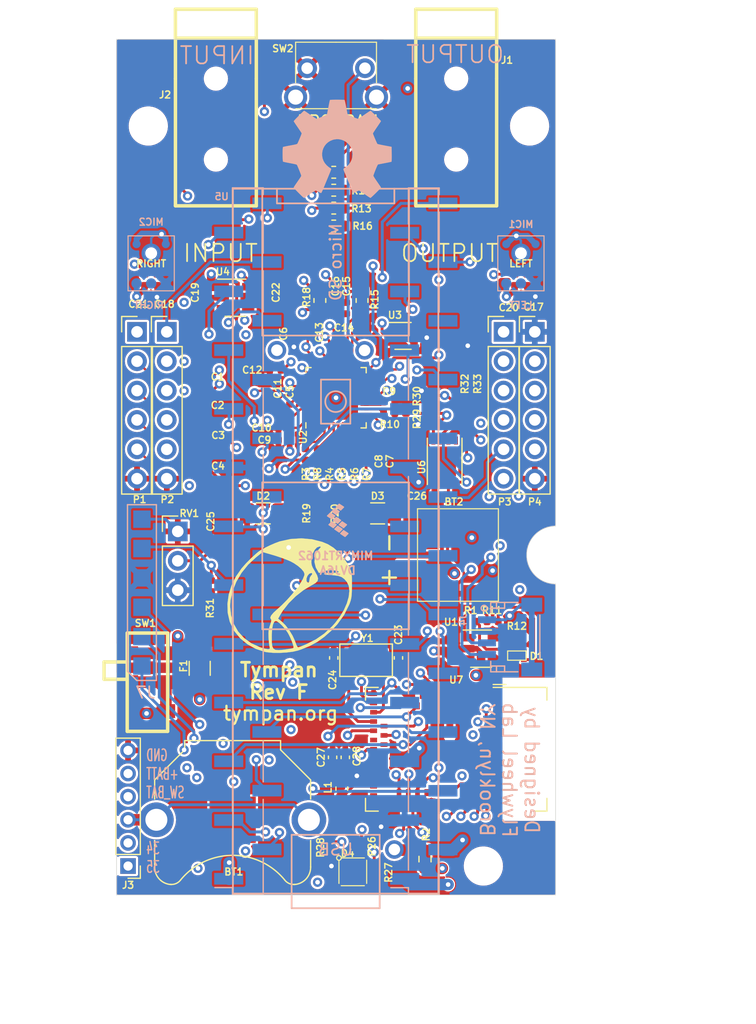
<source format=kicad_pcb>
(kicad_pcb (version 20241229) (generator "pcbnew") (generator_version "9.0")
  (layers (0 "F.Cu" mixed) (4 "In1.Cu" mixed) (6 "In2.Cu" mixed) (2 "B.Cu" mixed) (13 "F.Paste" user) (15 "B.Paste" user) (5 "F.SilkS" user "F.Silkscreen") (7 "B.SilkS" user "B.Silkscreen") (1 "F.Mask" user) (3 "B.Mask" user) (25 "Edge.Cuts" user))
  (net 0 "")
  (net 1 "+BATT")
  (net 2 "GND")
  (net 3 "Net-(D1-Pad1)")
  (net 4 "/V_USB")
  (net 5 "Net-(D1-Pad4)")
  (net 6 "Net-(P1-Pin_2)")
  (net 7 "Net-(P1-Pin_3)")
  (net 8 "Net-(P1-Pin_4)")
  (net 9 "Net-(P1-Pin_5)")
  (net 10 "/LOR")
  (net 11 "/LOL")
  (net 12 "Net-(U2-FLY_N)")
  (net 13 "Net-(U2-FLY_P)")
  (net 14 "+3.3V")
  (net 15 "/LED_0")
  (net 16 "/LED_1")
  (net 17 "/LED_2")
  (net 18 "/BT_CTS")
  (net 19 "/BT_TX")
  (net 20 "/BT_RX")
  (net 21 "/BT_RTS")
  (net 22 "/BT_nRESET")
  (net 23 "/MICDET")
  (net 24 "Net-(U2-VNEG)")
  (net 25 "Net-(U2-REF)")
  (net 26 "Net-(U2-IN3_L)")
  (net 27 "Net-(J2-T)")
  (net 28 "Net-(U2-IN3_R)")
  (net 29 "Net-(J2-R)")
  (net 30 "Net-(MIC1-OUT+)")
  (net 31 "Net-(MIC2-OUT+)")
  (net 32 "/VIN")
  (net 33 "/MCLK")
  (net 34 "/BCLK")
  (net 35 "/WCLK")
  (net 36 "/SCL")
  (net 37 "/SDA")
  (net 38 "/POT")
  (net 39 "/LED_R")
  (net 40 "/SCK")
  (net 41 "/DOUT_1")
  (net 42 "/DIN")
  (net 43 "/DOUT")
  (net 44 "Net-(U7-XL2{slash}P0.01)")
  (net 45 "/MOSI")
  (net 46 "Net-(D2-A)")
  (net 47 "Net-(D3-A)")
  (net 48 "Net-(D4-R)")
  (net 49 "Net-(D4-G)")
  (net 50 "/M_BIAS")
  (net 51 "/DIN_1")
  (net 52 "/nRESET_1")
  (net 53 "/M_BIAS_1")
  (net 54 "/MISO")
  (net 55 "/SCL2")
  (net 56 "Net-(D4-B)")
  (net 57 "/nRESET")
  (net 58 "/SDA2")
  (net 59 "/V_BAT")
  (net 60 "/IN1_R")
  (net 61 "/SWDIO")
  (net 62 "/SWCLK")
  (net 63 "/IN1_L")
  (net 64 "/SWO")
  (net 65 "Net-(U7-DCCH)")
  (net 68 "+1V8")
  (net 69 "/CS")
  (net 70 "Net-(U1-STAT)")
  (net 71 "Net-(U2-RESET)")
  (net 72 "Net-(U2-BCLK)")
  (net 73 "/IN2_L")
  (net 74 "/IN2_R")
  (net 75 "Net-(U2-WCLK)")
  (net 76 "Net-(U2-DIN{slash}MFP1)")
  (net 77 "/PDM_DAT")
  (net 78 "/PDM_CLK")
  (net 79 "Net-(U2-DOUT{slash}MFP2)")
  (net 80 "Net-(U2-MCLK)")
  (net 81 "Net-(U2-SDA{slash}MOSI)")
  (net 82 "Net-(U2-SCL{slash}SS)")
  (net 83 "Net-(U1-PROG)")
  (net 84 "Net-(U3-O{slash}I)")
  (net 85 "/LED_G")
  (net 88 "/OUT2")
  (net 89 "/LRCLK2")
  (net 90 "/HPL")
  (net 91 "/HPR")
  (net 92 "/MICBIAS")
  (net 93 "/IN2")
  (net 94 "/MOSI1")
  (net 95 "/SCK1")
  (net 96 "/MCLK2")
  (net 98 "/BT_CS")
  (net 99 "/ALARMB")
  (net 100 "/MISO1")
  (net 102 "/L")
  (net 103 "/R")
  (net 104 "/PROGRAM")
  (net 105 "/SW_BATT")
  (net 106 "/34_RX8")
  (net 107 "/35_TX8")
  (net 138 "/BCLK2")
  (net 142 "Net-(U7-XL1{slash}P0.00)")
  (footprint "Solutions:4UCON-0217-20519" (layer "F.Cu") (at 160.45 103.8 90)
    (property "Reference" "BT2")
    (property "Value" "4UCON-20519")
  )
  (footprint "Tympan:SJ-3523-SMT-TR" (layer "F.Cu") (at 163.8 62.6 -90)
    (property "Reference" "J1")
    (property "Value" "SJ-3523-SMT-TR")
  )
  (footprint "Tympan:SJ-3524-SMT-TR" (layer "F.Cu") (at 143 62.6 -90)
    (property "Reference" "J2")
    (property "Value" "SJ-3524-SMT-TR-PI")
  )
  (footprint "Tympan:CL-SB-22A" (layer "F.Cu") (at 137.075 114.8 -90)
    (property "Reference" "SW1")
    (property "Value" "CL-SB-22A")
  )
  (footprint "Capacitor_SMD:C_0402_1005Metric" (layer "F.Cu") (at 141.55 88.35 180)
    (property "Reference" "C1")
    (property "Value" "2.2uF")
  )
  (footprint "Capacitor_SMD:C_0402_1005Metric" (layer "F.Cu") (at 141.55 90.8 180)
    (property "Reference" "C2")
    (property "Value" "2.2uF")
  )
  (footprint "Capacitor_SMD:C_0402_1005Metric" (layer "F.Cu") (at 141.55 93.4 180)
    (property "Reference" "C3")
    (property "Value" "2.2uF")
  )
  (footprint "Capacitor_SMD:C_0402_1005Metric" (layer "F.Cu") (at 169.925 80 -90)
    (property "Reference" "C17")
    (property "Value" "0.1uF")
  )
  (footprint "Capacitor_SMD:C_0402_1005Metric" (layer "F.Cu") (at 137.925 80 -90)
    (property "Reference" "C18")
    (property "Value" "0.1uF")
  )
  (footprint "Capacitor_SMD:C_0402_1005Metric" (layer "F.Cu") (at 142.2 81.1 -90)
    (property "Reference" "C19")
    (property "Value" "1uF")
  )
  (footprint "Capacitor_SMD:C_0402_1005Metric" (layer "F.Cu") (at 168.875 80 -90)
    (property "Reference" "C20")
    (property "Value" "1uF")
  )
  (footprint "Capacitor_SMD:C_0402_1005Metric" (layer "F.Cu") (at 136.85 80 -90)
    (property "Reference" "C21")
    (property "Value" "1uF")
  )
  (footprint "Capacitor_SMD:C_0402_1005Metric" (layer "F.Cu") (at 147.15 81.1 -90)
    (property "Reference" "C22")
    (property "Value" "1uF")
  )
  (footprint "Capacitor_SMD:C_0402_1005Metric" (layer "F.Cu") (at 142.5 102.95 90)
    (property "Reference" "C25")
    (property "Value" "0.1uF")
  )
  (footprint "Capacitor_SMD:C_1206_3216Metric" (layer "F.Cu") (at 147.1 100.2)
    (property "Reference" "D2")
    (property "Value" "LED")
  )
  (footprint "Capacitor_SMD:C_1206_3216Metric" (layer "F.Cu") (at 157.000001 100.2 180)
    (property "Reference" "D3")
    (property "Value" "LED")
  )
  (footprint "Capacitor_SMD:C_1206_3216Metric" (layer "F.Cu") (at 141.6 113.6 90)
    (property "Reference" "F1")
    (property "Value" "FUSE")
  )
  (footprint "Connector_PinHeader_2.54mm:PinHeader_1x06_P2.54mm_Vertical" (layer "F.Cu") (at 136.175 84.5)
    (property "Reference" "P1")
    (property "Value" "CONN_01X06")
  )
  (footprint "Connector_PinHeader_2.54mm:PinHeader_1x06_P2.54mm_Vertical" (layer "F.Cu") (at 167.9 84.5)
    (property "Reference" "P3")
    (property "Value" "CONN_01X06")
  )
  (footprint "Connector_PinHeader_2.54mm:PinHeader_1x06_P2.54mm_Vertical" (layer "F.Cu") (at 170.6 84.5)
    (property "Reference" "P4")
    (property "Value" "CONN_01X06")
  )
  (footprint "MountingHole:MountingHole_3mm" (layer "F.Cu") (at 170.15 66.7)
    (property "Reference" "P6" (hide yes))
    (property "Value" "CONN_01X01")
  )
  (footprint "MountingHole:MountingHole_3mm" (layer "F.Cu") (at 137.15 66.7)
    (property "Reference" "P8" (hide yes))
    (property "Value" "CONN_01X01")
  )
  (footprint "Resistor_SMD:R_0603_1608Metric" (layer "F.Cu") (at 153.2 73.8)
    (property "Reference" "R13")
    (property "Value" "0R")
  )
  (footprint "Resistor_SMD:R_0603_1608Metric" (layer "F.Cu") (at 153.2 72.25)
    (property "Reference" "R14")
    (property "Value" "0R")
  )
  (footprint "Resistor_SMD:R_0603_1608Metric" (layer "F.Cu") (at 153.2 75.35 180)
    (property "Reference" "R16")
    (property "Value" "DNP")
  )
  (footprint "Resistor_SMD:R_0603_1608Metric" (layer "F.Cu") (at 153.2 70.7 180)
    (property "Reference" "R17")
    (property "Value" "DNP")
  )
  (footprint "Resistor_SMD:R_0402_1005Metric" (layer "F.Cu") (at 149.9 100.2 90)
    (property "Reference" "R19")
    (property "Value" "240R")
  )
  (footprint "Resistor_SMD:R_0402_1005Metric" (layer "F.Cu") (at 154.2 100.25 90)
    (property "Reference" "R20")
    (property "Value" "240R")
  )
  (footprint "Resistor_SMD:R_0402_1005Metric" (layer "F.Cu") (at 155.6 128.985 -90)
    (property "Reference" "R26")
    (property "Value" "1K")
  )
  (footprint "Resistor_SMD:R_0402_1005Metric" (layer "F.Cu") (at 156.9 131.265 -90)
    (property "Reference" "R27")
    (property "Value" "1K")
  )
  (footprint "Resistor_SMD:R_0402_1005Metric" (layer "F.Cu") (at 152.95 129.085 -90)
    (property "Reference" "R28")
    (property "Value" "1K")
  )
  (footprint "Connector_PinHeader_2.54mm:PinHeader_1x03_P2.54mm_Vertical" (layer "F.Cu") (at 139.7 101.76)
    (property "Reference" "RV1")
    (property "Value" "POT")
  )
  (footprint "Package_TO_SOT_SMD:SOT-23-5" (layer "F.Cu") (at 144.7 81.55)
    (property "Reference" "U4")
    (property "Value" "LP5907MFX-1.8")
  )
  (footprint "Connector_PinHeader_2.54mm:PinHeader_1x06_P2.54mm_Vertical" (layer "F.Cu") (at 138.75 84.5)
    (property "Reference" "P2")
    (property "Value" "CONN_01X06")
  )
  (footprint "Package_TO_SOT_SMD:SOT-353_SC-70-5" (layer "F.Cu") (at 159.2 84.85)
    (property "Reference" "U3")
    (property "Value" "74LVC1G66")
  )
  (footprint "Package_DFN_QFN:UQFN-40-1EP_5x5mm_P0.4mm_EP3.8x3.8mm" (layer "F.Cu") (at 153.4 90.2 90)
    (property "Reference" "U2")
    (property "Value" "TLV320AIC3206IRSBT")
  )
  (footprint "Resistor_SMD:R_0402_1005Metric" (layer "F.Cu") (at 159.45 90.065 -90)
    (property "Reference" "R30")
    (property "Value" "4K7")
  )
  (footprint "Resistor_SMD:R_0402_1005Metric" (layer "F.Cu") (at 159.45 92.035 90)
    (property "Reference" "R29")
    (property "Value" "4K7")
  )
  (footprint "Resistor_SMD:R_0603_1608Metric" (layer "F.Cu") (at 152 81.7875 -90)
    (property "Reference" "R18")
    (property "Value" "2.2K")
  )
  (footprint "Resistor_SMD:R_0603_1608Metric" (layer "F.Cu") (at 155.65 81.7875 90)
    (property "Reference" "R15")
    (property "Value" "2.2K")
  )
  (footprint "Resistor_SMD:R_0402_1005Metric" (layer "F.Cu") (at 158 91.55 180)
    (property "Reference" "R10")
    (property "Value" "33R")
  )
  (footprint "Resistor_SMD:R_0402_1005Metric" (layer "F.Cu") (at 158 90.55 180)
    (property "Reference" "R9")
    (property "Value" "33R")
  )
  (footprint "Resistor_SMD:R_0402_1005Metric" (layer "F.Cu") (at 151.8 95.1 90)
    (property "Reference" "R8")
    (property "Value" "33R")
  )
  (footprint "Resistor_SMD:R_0402_1005Metric" (layer "F.Cu") (at 156 95.1 90)
    (property "Reference" "R7")
    (property "Value" "33R")
  )
  (footprint "Resistor_SMD:R_0402_1005Metric" (layer "F.Cu") (at 154.95 95.1 90)
    (property "Reference" "R6")
    (property "Value" "33R")
  )
  (footprint "Resistor_SMD:R_0402_1005Metric" (layer "F.Cu") (at 153.9 95.1 90)
    (property "Reference" "R5")
    (property "Value" "33R")
  )
  (footprint "Resistor_SMD:R_0402_1005Metric" (layer "F.Cu") (at 152.85 95.1 90)
    (property "Reference" "R4")
    (property "Value" "33R")
  )
  (footprint "Resistor_SMD:R_0402_1005Metric" (layer "F.Cu") (at 150.75 95.1 90)
    (property "Reference" "R3")
    (property "Value" "33R")
  )
  (footprint "Capacitor_SMD:C_0402_1005Metric" (layer "F.Cu") (at 153.3 82.45 90)
    (property "Reference" "C16")
    (property "Value" "2.2uF")
  )
  (footprint "Capacitor_SMD:C_0402_1005Metric" (layer "F.Cu") (at 154.3 82.45 90)
    (property "Reference" "C15")
    (property "Value" "2.2uF")
  )
  (footprint "Capacitor_SMD:C_0402_1005Metric" (layer "F.Cu") (at 155.7 84.15)
    (property "Reference" "C14")
    (property "Value" "10uF")
  )
  (footprint "Capacitor_SMD:C_0402_1005Metric" (layer "F.Cu") (at 150.95 84.4 90)
    (property "Reference" "C13")
    (property "Value" "0.1uF")
  )
  (footprint "Capacitor_SMD:C_0402_1005Metric" (layer "F.Cu") (at 148.15 87.8 180)
    (property "Reference" "C12")
    (property "Value" "1uF")
  )
  (footprint "Capacitor_SMD:C_0402_1005Metric" (layer "F.Cu") (at 148.4 91.25 -90)
    (property "Reference" "C11")
    (property "Value" "2.2uF")
  )
  (footprint "Capacitor_SMD:C_0402_1005Metric" (layer "F.Cu") (at 148.9 92.8 180)
    (property "Reference" "C10")
    (property "Value" "0.1uF")
  )
  (footprint "Capacitor_SMD:C_0402_1005Metric" (layer "F.Cu") (at 148.9 93.85 180)
    (property "Reference" "C9")
    (property "Value" "10uF")
  )
  (footprint "Capacitor_SMD:C_0402_1005Metric" (layer "F.Cu") (at 157.1 94.15 90)
    (property "Reference" "C8")
    (property "Value" "0.1uF")
  )
  (footprint "Capacitor_SMD:C_0402_1005Metric" (layer "F.Cu") (at 158.1 94.15 90)
    (property "Reference" "C7")
    (property "Value" "10uF")
  )
  (footprint "Capacitor_SMD:C_0402_1005Metric" (layer "F.Cu") (at 149.9 84.4 -90)
    (property "Reference" "C6")
    (property "Value" "0.1uF")
  )
  (footprint "Capacitor_SMD:C_0402_1005Metric" (layer "F.Cu") (at 149.4 91.25 -90)
    (property "Reference" "C5")
    (property "Value" "2.2uF")
  )
  (footprint "Package_TO_SOT_SMD:SOT-23-5" (layer "F.Cu") (at 165.95 111.9)
    (property "Reference" "U1")
    (property "Value" "MCP73831")
  )
  (footprint "Resistor_SMD:R_0402_1005Metric" (layer "F.Cu") (at 169.05 110.95)
    (property "Reference" "R12")
    (property "Value" "2.2K")
  )
  (footprint "Resistor_SMD:R_0402_1005Metric" (layer "F.Cu") (at 166.95 109.55 180)
    (property "Reference" "R11")
    (property "Value" "1K")
  )
  (footprint "Resistor_SMD:R_0402_1005Metric" (layer "F.Cu") (at 165 109.55 180)
    (property "Reference" "R1")
    (property "Value" "1K")
  )
  (footprint "Tympan:ABHB1608S" (layer "F.Cu") (at 169.05 112.5)
    (property "Reference" "D1")
    (property "Value" "APHB1608SGNC")
  )
  (footprint "Resistor_SMD:R_0402_1005Metric" (layer "F.Cu") (at 142.6 106.485 -90)
    (property "Reference" "R31")
    (property "Value" "10K")
  )
  (footprint "Capacitor_SMD:C_0402_1005Metric" (layer "F.Cu") (at 162.4 98.6 180)
    (property "Reference" "C26")
    (property "Value" "1uF")
  )
  (footprint "Resistor_SMD:R_0402_1005Metric" (layer "F.Cu") (at 164.55 87.1 90)
    (property "Reference" "R32")
    (property "Value" "4K7")
  )
  (footprint "Resistor_SMD:R_0402_1005Metric" (layer "F.Cu") (at 165.55 87.1 90)
    (property "Reference" "R33")
    (property "Value" "4K7")
  )
  (footprint "Tympan:WDFN8_3X4mm_0.65P" (layer "F.Cu") (at 162.8 95.7)
    (property "Reference" "U6")
    (property "Value" "LC709203")
  )
  (footprint "Solutions:CLMVB-FKA-CFHEHLCBB7a363" (layer "F.Cu") (at 154.85 131.2 90)
    (property "Reference" "D4")
    (property "Value" "Led_RGB_CA")
  )
  (footprint "Capacitor_SMD:C_0402_1005Metric" (layer "F.Cu") (at 141.55 96 180)
    (property "Reference" "C4")
    (property "Value" "2.2uF")
  )
  (footprint "Solutions:Tympan_LOGO" (layer "F.Cu") (at 149.4 107.3)
    (property "Reference" "G***" (hide yes))
    (property "Value" "LOGO" (hide yes))
  )
  (footprint "MountingHole:MountingHole_3mm" (layer "F.Cu") (at 166.15 130.7)
    (property "Reference" "P7")
    (property "Value" "CONN_01X01")
  )
  (footprint "Battery:BatteryHolder_Keystone_3001_1x12mm" (layer "F.Cu") (at 144.45 126.7)
    (property "Reference" "BT1")
    (property "Value" "Battery_Cell")
  )
  (footprint "Pin_Headers:Pin_Header_Straight_1x06_Pitch2.00mm" (layer "F.Cu") (at 135.4 130.7 180)
    (property "Reference" "J3")
    (property "Value" "Conn_01x06")
  )
  (footprint "Tympan:MJTP1117" (layer "F.Cu") (at 153.4 61.7 180)
    (property "Reference" "SW2")
    (property "Value" "SW_Push")
  )
  (footprint "Capacitor_SMD:C_0402_1005Metric" (layer "F.Cu") (at 153.2 112.7 90)
    (property "Reference" "C24")
    (property "Value" "22pF")
  )
  (footprint "Capacitor_SMD:C_0402_1005Metric" (layer "F.Cu") (at 158.8 112.7 90)
    (property "Reference" "C23")
    (property "Value" "22pF")
  )
  (footprint "Capacitor_SMD:C_0402_1005Metric" (layer "F.Cu") (at 153.1 121.3 -90)
    (property "Reference" "C27")
    (property "Value" "10uF")
  )
  (footprint "Resistor_SMD:R_0603_1608Metric" (layer "F.Cu") (at 161.1 130.1 90)
    (property "Reference" "R2")
    (property "Value" "DNP")
  )
  (footprint "RF_Module:Raytac_MDBT50Q" (layer "F.Cu") (at 163.8 120.6 -90)
    (property "Reference" "U7")
    (property "Value" "MDBT50Q-1MV2")
  )
  (footprint "Capacitor_SMD:C_0603_1608Metric" (layer "F.Cu") (at 153.9 124 90)
    (property "Reference" "L1")
    (property "Value" "DNP")
  )
  (footprint "Tympan:XTAL" (layer "F.Cu") (at 156 112.9 -90)
    (property "Reference" "Y1")
    (property "Value" "32.768")
  )
  (footprint "Capacitor_SMD:C_0402_1005Metric" (layer "F.Cu") (at 154.2 121.3 -90)
    (property "Reference" "C28")
    (property "Value" "0.1uF")
  )
  (footprint "Tympan:SPM0687LR5H-1" (layer "B.Cu") (at 169.4 77.7)
    (property "Reference" "MIC1")
    (property "Value" "SPM0687LR5H-1")
  )
  (footprint "Tympan:SPM0687LR5H-1" (layer "B.Cu") (at 137.4 77.7)
    (property "Reference" "MIC2")
    (property "Value" "SPM0687LR5H-1")
  )
  (footprint "teensy:Teensy41_SMT" (layer "B.Cu") (at 153.365 102.6 90)
    (property "Reference" "U5")
    (property "Value" "Teensy4.1")
  )
  (footprint "Solutions:oshwa-logo-gear" (layer "B.Cu") (at 153.5 68.7 180)
    (property "Reference" "G***" (hide yes))
    (property "Value" "LOGO" (hide yes))
  )
  (footprint "Connectors_JST:JST_SH_SM04B-SRSS-TB_04x1.00mm_Angled" (layer "B.Cu") (at 168.4 110.9 -90)
    (property "Reference" "J4")
    (property "Value" "Qwiik Connector")
  )
  (footprint "Solutions:J-Link_SMT_SIP_0.1inP" (layer "B.Cu") (at 136.6 107.05 90)
    (property "Reference" "J7")
    (property "Value" "J-Link")
  )
  (gr_line (start 134.4 59.2) (end 134.4 133.2) (stroke (width 0.05)) (layer "Edge.Cuts"))
  (gr_line (start 172.4 106.3) (end 172.4 133.2) (stroke (width 0.05)) (layer "Edge.Cuts"))
  (gr_line (start 172.4 59.2) (end 134.4 59.2) (stroke (width 0.05)) (layer "Edge.Cuts"))
  (gr_arc (start 172.4 106.3) (mid 169.9 103.8) (end 172.4 101.3) (stroke (width 0.05)) (layer "Edge.Cuts"))
  (gr_line (start 172.4 101.3) (end 172.4 59.2) (stroke (width 0.05)) (layer "Edge.Cuts"))
  (gr_line (start 134.4 133.2) (end 172.4 133.2) (stroke (width 0.05)) (layer "Edge.Cuts"))
  (gr_text "RIGHT" (at 137.4 78.6 0) (layer "F.SilkS") (effects (font (size 0.6 0.6) (thickness 0.125))))
  (gr_text "OUTPUT" (at 163.25 77.7 0) (layer "F.SilkS") (effects (font (size 1.5 1.5))))
  (gr_text "tympan.org" (at 148.6 117.5 0) (layer "F.SilkS") (effects (font (size 1.2 1.2) (thickness 0.2))))
  (gr_text "PROGRAM" (at 153.55 66.3 0) (layer "F.SilkS") (effects (font (size 1 1))))
  (gr_text "LEFT" (at 169.4 78.6 0) (layer "F.SilkS") (effects (font (size 0.6 0.6) (thickness 0.125))))
  (gr_text "Tympan\nRev F" (at 148.45 114.7 0) (layer "F.SilkS") (effects (font (size 1.2 1.2) (thickness 0.24) (bold yes))))
  (gr_text "INPUT" (at 143.4 77.7 0) (layer "F.SilkS") (effects (font (size 1.5 1.5))))
  (gr_text "INPUT" (at 143.1 60.6 0) (layer "B.SilkS") (effects (font (size 1.5 1.5)) (justify mirror)))
  (gr_text "OUTPUT" (at 163.7 60.5 0) (layer "B.SilkS") (effects (font (size 1.5 1.5)) (justify mirror)))
  (gr_text "GND\n+BATT\nSW_BAT\n\n\n34\n35" (at 136.9 125.95 0) (layer "B.SilkS") (effects (font (size 1 0.6) (thickness 0.125)) (justify right mirror)))
  (gr_text "RIGHT" (at 137.2 82.2 0) (layer "B.SilkS") (effects (font (size 0.6 0.6) (thickness 0.125)) (justify mirror)))
  (gr_text "Designed by\nFlywheel Lab\nBrooklyn, NY" (at 168.4 122.4 -90) (layer "B.SilkS") (effects (font (size 1.2 1.2) (thickness 0.17)) (justify mirror)))
  (gr_text "LEFT" (at 169.4 82.2 0) (layer "B.SilkS") (effects (font (size 0.6 0.6) (thickness 0.125)) (justify mirror)))
  (segment (start 162.885 98.6) (end 163.05 98.765) (width 0.25) (layer "F.Cu") (net 1))
  (segment (start 138.675 117.3) (end 138.675 114.8) (width 1) (layer "F.Cu") (net 1))
  (segment (start 135.475 114.8) (end 135.475 117.3) (width 1) (layer "F.Cu") (net 1))
  (segment (start 163.125 97.5) (end 163.125 98.36) (width 0.25) (layer "F.Cu") (net 1))
  (segment (start 161.85 112.1) (end 162.82 112.1) (width 0.75) (layer "F.Cu") (net 1))
  (segment (start 163.57 112.85) (end 164.85 112.85) (width 0.75) (layer "F.Cu") (net 1))
  (segment (start 163.05 98.765) (end 163.05 104.8) (width 0.25) (layer "F.Cu") (net 1))
  (segment (start 163.125 98.36) (end 162.885 98.6) (width 0.25) (layer "F.Cu") (net 1))
  (segment (start 137 117.5) (end 138.475 117.5) (width 1) (layer "F.Cu") (net 1))
  (segment (start 163.05 104.8) (end 163.65 105.4) (width 1) (layer "F.Cu") (net 1))
  (segment (start 135.475 114.8) (end 138.675 114.8) (width 1) (layer "F.Cu") (net 1))
  (segment (start 138.475 117.5) (end 138.675 117.3) (width 1) (layer "F.Cu") (net 1))
  (segment (start 160.45 104.8) (end 163.05 104.8) (width 1) (layer "F.Cu") (net 1))
  (segment (start 135.675 117.5) (end 135.475 117.3) (width 1) (layer "F.Cu") (net 1))
  (segment (start 162.82 112.1) (end 163.57 112.85) (width 0.75) (layer "F.Cu") (net 1))
  (segment (start 137 117.5) (end 135.675 117.5) (width 1) (layer "F.Cu") (net 1))
  (via (at 161.85 112.1) (size 0.8) (drill 0.4) (layers "F.Cu" "B.Cu") (net 1))
  (via (at 163.65 105.4) (size 0.8) (drill 0.4) (layers "F.Cu" "B.Cu") (net 1))
  (via (at 137 117.5) (size 0.8) (drill 0.4) (layers "F.Cu" "B.Cu") (net 1))
  (segment (start 155.875 92) (end 155.2 92) (width 0.2) (layer "F.Cu") (net 2))
  (segment (start 143.6 81.55) (end 142.235 81.55) (width 0.5) (layer "F.Cu") (net 2))
  (segment (start 155.2 87.725) (end 155.2 88.4) (width 0.2) (layer "F.Cu") (net 2))
  (segment (start 155.875 90) (end 153.6 90) (width 0.2) (layer "F.Cu") (net 2))
  (segment (start 151.6 92.675) (end 152 92.675) (width 0.2) (layer "F.Cu") (net 2))
  (segment (start 150.925 90.8) (end 152.8 90.8) (width 0.2) (layer "F.Cu") (net 2))
  (segment (start 169.65 112.15) (end 169.65 111.065) (width 0.25) (layer "F.Cu") (net 2))
  (segment (start 152.8 90.8) (end 153.4 90.2) (width 0.2) (layer "F.Cu") (net 2))
  (segment (start 152.4 87.725) (end 152.4 86.55) (width 0.2) (layer "F.Cu") (net 2))
  (segment (start 169.535 110.158764) (end 168.82499 109.448754) (width 0.25) (layer "F.Cu") (net 2))
  (segment (start 152.4 86.55) (end 152 86.15) (width 0.2) (layer "F.Cu") (net 2))
  (segment (start 168.82499 109.448754) (end 168.424991 109.048755) (width 0.25) (layer "F.Cu") (net 2))
  (segment (start 169.65 111.065) (end 169.535 110.95) (width 0.25) (layer "F.Cu") (net 2))
  (segment (start 155.2 88.4) (end 153.4 90.2) (width 0.2) (layer "F.Cu") (net 2))
  (segment (start 159.6 63.45) (end 159.6 61.5) (width 0.2) (layer "F.Cu") (net 2))
  (segment (start 153.6 90) (end 153.4 90.2) (width 0.2) (layer "F.Cu") (net 2))
  (segment (start 169.535 110.95) (end 169.535 110.158764) (width 0.25) (layer "F.Cu") (net 2))
  (segment (start 142.235 81.55) (end 142.2 81.585) (width 0.5) (layer "F.Cu") (net 2))
  (segment (start 152 92.675) (end 152 91.6) (width 0.2) (layer "F.Cu") (net 2))
  (segment (start 155.2 92) (end 153.4 90.2) (width 0.2) (layer "F.Cu") (net 2))
  (segment (start 152 91.6) (end 153.4 90.2) (width 0.2) (layer "F.Cu") (net 2))
  (via (at 168.424991 109.048755) (size 0.8) (drill 0.4) (layers "F.Cu" "B.Cu") (net 2))
  (via (at 144.15 130.4) (size 0.8) (drill 0.4) (layers "F.Cu" "B.Cu") (net 2))
  (via (at 166.95 105.15) (size 0.8) (drill 0.4) (layers "F.Cu" "B.Cu") (net 2))
  (via (at 165.15 102.3) (size 0.8) (drill 0.4) (layers "F.Cu" "B.Cu") (net 2))
  (via (at 160.6 120.5) (size 0.8) (drill 0.4) (layers "F.Cu" "B.Cu") (net 2))
  (via (at 152 86.15) (size 0.8) (drill 0.4) (layers "F.Cu" "B.Cu") (net 2))
  (via (at 138.299987 76.050013) (size 0.8) (drill 0.4) (layers "F.Cu" "B.Cu") (net 2))
  (via (at 160.55 97.5) (size 0.8) (drill 0.4) (layers "F.Cu" "B.Cu") (net 2))
  (via (at 164.35 128.45) (size 0.8) (drill 0.4) (layers "F.Cu" "B.Cu") (net 2))
  (via (at 169 76.2) (size 0.8) (drill 0.4) (layers "F.Cu" "B.Cu") (net 2))
  (via (at 159.6 63.45) (size 0.8) (drill 0.4) (layers "F.Cu" "B.Cu") (net 2))
  (via (at 153.4 90.2) (size 0.8) (drill 0.4) (layers "F.Cu" "B.Cu") (net 2))
  (segment (start 169 76.2) (end 169.955 76.2) (width 0.5) (layer "B.Cu") (net 2))
  (segment (start 137.734302 76.050013) (end 137.4 76.384315) (width 0.2) (layer "B.Cu") (net 2))
  (segment (start 163.48 129.32) (end 164.35 128.45) (width 1) (layer "B.Cu") (net 2))
  (segment (start 138.249974 76) (end 136.6 76) (width 0.5) (layer "B.Cu") (net 2))
  (segment (start 169 76.2) (end 169.4 76.6) (width 0.2) (layer "B.Cu") (net 2))
  (segment (start 168.424991 109.048755) (end 169.373746 108.1) (width 0.25) (layer "B.Cu") (net 2))
  (segment (start 166.4625 109.4) (end 168.073746 109.4) (width 0.25) (layer "B.Cu") (net 2))
  (segment (start 159.375 96.3) (end 159.375 96.325) (width 1) (layer "B.Cu") (net 2))
  (segment (start 137.4 76.384315) (end 137.4 76.999999) (width 0.2) (layer "B.Cu") (net 2))
  (segment (start 169.955 76.2) (end 170.665 76.91) (width 0.5) (layer "B.Cu") (net 2))
  (segment (start 136.6 76) (end 136.135 76.465) (width 0.5) (layer "B.Cu") (net 2))
  (segment (start 138.665 76.91) (end 138.665 76.415026) (width 0.5) (layer "B.Cu") (net 2))
  (segment (start 136.135 76.465) (end 136.135 76.91) (width 0.5) (layer "B.Cu") (net 2))
  (segment (start 144.145 130.405) (end 144.15 130.4) (width 1) (layer "B.Cu") (net 2))
  (segment (start 168.073746 109.4) (end 168.424991 109.048755) (width 0.25) (layer "B.Cu") (net 2))
  (segment (start 138.299987 76.050013) (end 137.734302 76.050013) (width 0.2) (layer "B.Cu") (net 2))
  (segment (start 144.145 131.85) (end 144.145 130.405) (width 1) (layer "B.Cu") (net 2))
  (segment (start 168.135 76.91) (end 168.845 76.2) (width 0.5) (layer "B.Cu") (net 2))
  (segment (start 138.665 76.415026) (end 138.299987 76.050013) (width 0.5) (layer "B.Cu") (net 2))
  (segment (start 138.64 100.7) (end 139.7 101.76) (width 0.25) (layer "B.Cu") (net 2))
  (segment (start 159.375 96.325) (end 160.55 97.5) (width 1) (layer "B.Cu") (net 2))
  (segment (start 136.6 100.7) (end 138.64 100.7) (width 0.25) (layer "B.Cu") (net 2))
  (segment (start 138.299987 76.050013) (end 138.249974 76) (width 0.5) (layer "B.Cu") (net 2))
  (segment (start 170.3375 108.1) (end 170.3375 113.7) (width 0.5) (layer "B.Cu") (net 2))
  (segment (start 160.6 120.5) (end 160.575 120.5) (width 1) (layer "B.Cu") (net 2))
  (segment (start 169.373746 108.1) (end 170.3375 108.1) (width 0.25) (layer "B.Cu") (net 2))
  (segment (start 168.845 76.2) (end 169 76.2) (width 0.5) (layer "B.Cu") (net 2))
  (segment (start 162.685 129.32) (end 163.48 129.32) (width 1) (layer "B.Cu") (net 2))
  (segment (start 169.4 76.6) (end 169.4 76.999999) (width 0.2) (layer "B.Cu") (net 2))
  (segment (start 160.575 120.5) (end 159.375 121.7) (width 1) (layer "B.Cu") (net 2))
  (segment (start 165.819168 111.369168) (end 166.4 111.95) (width 0.25) (layer "F.Cu") (net 3))
  (segment (start 165.819168 109.884168) (end 165.819168 111.369168) (width 0.25) (layer "F.Cu") (net 3))
  (segment (start 166.4 111.95) (end 168.25 111.95) (width 0.25) (layer "F.Cu") (net 3))
  (segment (start 168.25 111.95) (end 168.45 112.15) (width 0.25) (layer "F.Cu") (net 3))
  (segment (start 165.485 109.55) (end 165.819168 109.884168) (width 0.25) (layer "F.Cu") (net 3))
  (segment (start 166.1 114.2) (end 165.5 114.2) (width 1) (layer "F.Cu") (net 4))
  (segment (start 161.045 129.32) (end 158.48 129.32) (width 1) (layer "F.Cu") (net 4))
  (segment (start 167.05 112.85) (end 168.45 112.85) (width 0.25) (layer "F.Cu") (net 4))
  (segment (start 167.05 112.85) (end 167.05 113.25) (width 1) (layer "F.Cu") (net 4))
  (segment (start 161.05 129.325) (end 161.045 129.32) (width 1) (layer "F.Cu") (net 4))
  (segment (start 162.6 130.9) (end 161.05 130.9) (width 1) (layer "F.Cu") (net 4))
  (segment (start 161.05 130.9) (end 161.05 129.325) (width 1) (layer "F.Cu") (net 4))
  (segment (start 167.05 113.25) (end 166.1 114.2) (width 1) (layer "F.Cu") (net 4))
  (via (at 162.6 130.9) (size 0.8) (drill 0.4) (layers "F.Cu" "B.Cu") (net 4))
  (via (at 165.5 114.2) (size 0.8) (drill 0.4) (layers "F.Cu" "B.Cu") (net 4))
  (segment (start 167.435 108.994231) (end 168.105478 108.323753) (width 0.25) (layer "F.Cu") (net 5))
  (segment (start 167.435 109.55) (end 167.435 108.994231) (width 0.25) (layer "F.Cu") (net 5))
  (segment (start 170.5 109.3) (end 170.5 112.5) (width 0.25) (layer "F.Cu") (net 5))
  (segment (start 170.15 112.85) (end 169.65 112.85) (width 0.25) (layer "F.Cu") (net 5))
  (segment (start 168.105478 108.323753) (end 169.523753 108.323753) (width 0.25) (layer "F.Cu") (net 5))
  (segment (start 170.5 112.5) (end 170.15 112.85) (width 0.25) (layer "F.Cu") (net 5))
  (segment (start 169.523753 108.323753) (end 170.5 109.3) (width 0.25) (layer "F.Cu") (net 5))
  (segment (start 137.485 88.35) (end 136.175 87.04) (width 0.2) (layer "F.Cu") (net 6))
  (segment (start 141.065 88.35) (end 137.485 88.35) (width 0.2) (layer "F.Cu") (net 6))
  (segment (start 141.065 90.8) (end 141.015 90.85) (width 0.2) (layer "F.Cu") (net 7))
  (segment (start 137.024999 90.429999) (end 136.175 89.58) (width 0.2) (layer "F.Cu") (net 7))
  (segment (start 137.445 90.85) (end 137.024999 90.429999) (width 0.2) (layer "F.Cu") (net 7))
  (segment (start 141.015 90.85) (end 137.445 90.85) (width 0.2) (layer "F.Cu") (net 7))
  (segment (start 141.065 93.4) (end 137.455 93.4) (width 0.2) (layer "F.Cu") (net 8))
  (segment (start 137.455 93.4) (end 136.175 92.12) (width 0.2) (layer "F.Cu") (net 8))
  (segment (start 141.065 96) (end 141.015 95.95) (width 0.2) (layer "F.Cu") (net 9))
  (segment (start 141.015 95.95) (end 137.465 95.95) (width 0.2) (layer "F.Cu") (net 9))
  (segment (start 137.465 95.95) (end 136.175 94.66) (width 0.2) (layer "F.Cu") (net 9))
  (segment (start 142.035 96) (end 143.835 97.8) (width 0.25) (layer "F.Cu") (net 10))
  (segment (start 144.984315 97.8) (end 145.55 97.8) (width 0.25) (layer "F.Cu") (net 10))
  (segment (start 152.8 85.25) (end 152.45 84.9) (width 0.2) (layer "F.Cu") (net 10))
  (segment (start 143.835 97.8) (end 144.984315 97.8) (width 0.25) (layer "F.Cu") (net 10))
  (segment (start 152.8 87.725) (end 152.8 85.25) (width 0.2) (layer "F.Cu") (net 10))
  (via (at 145.55 97.8) (size 0.8) (drill 0.4) (layers "F.Cu" "B.Cu") (net 10))
  (via (at 145.6 84.75) (size 0.8) (drill 0.4) (layers "F.Cu" "B.Cu") (net 10))
  (via (at 152.45 84.9) (size 0.8) (drill 0.4) (layers "F.Cu" "B.Cu") (net 10))
  (segment (start 144.8 94.5) (end 143.7 93.4) (width 0.25) (layer "F.Cu") (net 11))
  (segment (start 153.2 87.725) (end 153.2 84.330034) (width 0.2) (layer "F.Cu") (net 11))
  (segment (start 153.2 84.330034) (end 152.856143 83.986177) (width 0.2) (layer "F.Cu") (net 11))
  (segment (start 143.7 93.4) (end 142.035 93.4) (width 0.25) (layer "F.Cu") (net 11))
  (via (at 145.5 83.5) (size 0.8) (drill 0.4) (layers "F.Cu" "B.Cu") (net 11))
  (via (at 152.856143 83.986177) (size 0.8) (drill 0.4) (layers "F.Cu" "B.Cu") (net 11))
  (via (at 144.8 94.5) (size 0.8) (drill 0.4) (layers "F.Cu" "B.Cu") (net 11))
  (segment (start 150.925 90.4) (end 149.765 90.4) (width 0.2) (layer "F.Cu") (net 12))
  (segment (start 149.765 90.4) (end 149.4 90.765) (width 0.2) (layer "F.Cu") (net 12))
  (segment (start 149.7825 91.735) (end 149.4 91.735) (width 0.2) (layer "F.Cu") (net 13))
  (segment (start 150.3175 91.2) (end 149.7825 91.735) (width 0.2) (layer "F.Cu") (net 13))
  (segment (start 150.925 91.2) (end 150.3175 91.2) (width 0.2) (layer "F.Cu") (net 13))
  (segment (start 137.9 81.5) (end 137.925 81.475) (width 0.5) (layer "F.Cu") (net 14))
  (segment (start 137.925 81.475) (end 137.925 80.485) (width 0.5) (layer "F.Cu") (net 14))
  (segment (start 160.78 89.58) (end 159.45 89.58) (width 0.5) (layer "F.Cu") (net 14))
  (segment (start 154.2 122.925) (end 153.9 123.225) (width 0.5) (layer "F.Cu") (net 14))
  (segment (start 149.75 85.875) (end 149.75 85.8) (width 0.2) (layer "F.Cu") (net 14))
  (segment (start 159.45 92.52) (end 160.48 92.52) (width 0.5) (layer "F.Cu") (net 14))
  (segment (start 153.1 121.78) (end 154.2 121.78) (width 0.5) (layer "F.Cu") (net 14))
  (segment (start 169.925 80.725) (end 170.65 81.45) (width 0.5) (layer "F.Cu") (net 14))
  (segment (start 142.6 106.97) (end 139.83 106.97) (width 0.25) (layer "F.Cu") (net 14))
  (segment (start 153 130.7) (end 154.05 130.7) (width 0.25) (layer "F.Cu") (net 14))
  (segment (start 155.3 123) (end 156.65 123) (width 0.5) (layer "F.Cu") (net 14))
  (segment (start 158.135 93.665) (end 158.1 93.665) (width 0.5) (layer "F.Cu") (net 14))
  (segment (start 160.8 89.6) (end 160.78 89.58) (width 0.5) (layer "F.Cu") (net 14))
  (segment (start 156.19 93.665) (end 157.1 93.665) (width 0.2) (layer "F.Cu") (net 14))
  (segment (start 169.925 80.485) (end 169.925 80.725) (width 0.5) (layer "F.Cu") (net 14))
  (segment (start 159.28 92.52) (end 158.135 93.665) (width 0.5) (layer "F.Cu") (net 14))
  (segment (start 154.05 130.7) (end 154.1 130.65) (width 0.25) (layer "F.Cu") (net 14))
  (segment (start 155.2 92.675) (end 156.19 93.665) (width 0.2) (layer "F.Cu") (net 14))
  (segment (start 160.45 84.2) (end 161.25 85) (width 0.25) (layer "F.Cu") (net 14))
  (segment (start 160.48 92.52) (end 160.5 92.5) (width 0.5) (layer "F.Cu") (net 14))
  (segment (start 154.2 121.78) (end 154.2 122.925) (width 0.5) (layer "F.Cu") (net 14))
  (segment (start 160.15 84.2) (end 160.45 84.2) (width 0.25) (layer "F.Cu") (net 14))
  (segment (start 159.45 92.52) (end 159.28 92.52) (width 0.5) (layer "F.Cu") (net 14))
  (segment (start 164.55 86.615) (end 164.8 86.365) (width 0.25) (layer "F.Cu") (net 14))
  (segment (start 149.9 85.65) (end 149.75 85.8) (width 0.2) (layer "F.Cu") (net 14))
  (segment (start 139.83 106.97) (end 139.7 106.84) (width 0.25) (layer "F.Cu") (net 14))
  (segment (start 155.2 122.9) (end 154.225 122.9) (width 0.5) (layer "F.Cu") (net 14))
  (segment (start 149.9 84.885) (end 149.9 85.65) (width 0.2) (layer "F.Cu") (net 14))
  (segment (start 155.2 122.9) (end 155.3 123) (width 0.5) (layer "F.Cu") (net 14))
  (segment (start 157.1 93.665) (end 158.1 93.665) (width 0.5) (layer "F.Cu") (net 14))
  (segment (start 156.65 123) (end 156.65 122.2) (width 0.5) (layer "F.Cu") (net 14))
  (segment (start 165.55 86.615) (end 164.55 86.615) (width 0.25) (layer "F.Cu") (net 14))
  (segment (start 154.225 122.9) (end 153.9 123.225) (width 0.25) (layer "F.Cu") (net 14))
  (segment (start 164.8 86.365) (end 164.8 85.7) (width 0.25) (layer "F.Cu") (net 14))
  (segment (start 151.6 87.725) (end 149.75 85.875) (width 0.2) (layer "F.Cu") (net 14))
  (via (at 170.65 81.45) (size 0.8) (drill 0.4) (layers "F.Cu" "B.Cu") (net 14))
  (via (at 153 130.7) (size 0.8) (drill 0.4) (layers "F.Cu" "B.Cu") (net 14))
  (via (at 160.8 89.6) (size 0.8) (drill 0.4) (layers "F.Cu" "B.Cu") (net 14))
  (via (at 164.8 85.7) (size 0.8) (drill 0.4) (layers "F.Cu" "B.Cu") (net 14))
  (via (at 155.2 122.9) (size 0.8) (drill 0.4) (layers "F.Cu" "B.Cu") (net 14))
  (via (at 149.75 85.8) (size 0.8) (drill 0.4) (layers "F.Cu" "B.Cu") (net 14))
  (via (at 157.3 127.3) (size 0.8) (drill 0.4) (layers "F.Cu" "B.Cu") (net 14))
  (via (at 161.25 85) (size 0.8) (drill 0.4) (layers "F.Cu" "B.Cu") (net 14))
  (via (at 137.9 81.5) (size 0.8) (drill 0.4) (layers "F.Cu" "B.Cu") (net 14))
  (via (at 160.5 92.5) (size 0.8) (drill 0.4) (layers "F.Cu" "B.Cu") (net 14))
  (segment (start 137.9 81.5) (end 138.665 80.735) (width 0.5) (layer "B.Cu") (net 14))
  (segment (start 157.82 126.78) (end 157.3 127.3) (width 1) (layer "B.Cu") (net 14))
  (segment (start 170.65 81.45) (end 170.65 80.331) (width 0.5) (layer "B.Cu") (net 14))
  (segment (start 170.65 80.331) (end 170.665 80.316) (width 0.5) (layer "B.Cu") (net 14))
  (segment (start 159.375 126.78) (end 157.82 126.78) (width 1) (layer "B.Cu") (net 14))
  (segment (start 138.665 80.735) (end 138.665 80.316) (width 0.5) (layer "B.Cu") (net 14))
  (segment (start 154.4 119.4) (end 154.8 119) (width 0.25) (layer "F.Cu") (net 15))
  (segment (start 154.8 119) (end 156.65 119) (width 0.25) (layer "F.Cu") (net 15))
  (segment (start 153.9 128.6) (end 152.95 128.6) (width 0.25) (layer "F.Cu") (net 15))
  (via (at 153.9 128.6) (size 0.8) (drill 0.4) (layers "F.Cu" "B.Cu") (net 15))
  (via (at 154.4 119.4) (size 0.8) (drill 0.4) (layers "F.Cu" "B.Cu") (net 15))
  (segment (start 155.6 127.6) (end 155.6 128.5) (width 0.25) (layer "F.Cu") (net 16))
  (segment (start 156.1 120.6) (end 155.6 121.1) (width 0.25) (layer "F.Cu") (net 16))
  (segment (start 156.65 120.6) (end 156.1 120.6) (width 0.25) (layer "F.Cu") (net 16))
  (segment (start 155.65 127.55) (end 155.6 127.6) (width 0.25) (layer "F.Cu") (net 16))
  (via (at 155.6 121.1) (size 0.8) (drill 0.4) (layers "F.Cu" "B.Cu") (net 16))
  (via (at 155.65 127.55) (size 0.8) (drill 0.4) (layers "F.Cu" "B.Cu") (net 16))
  (segment (start 157.55 119.4) (end 158.5245 119.4) (width 0.25) (layer "F.Cu") (net 17))
  (segment (start 158.5245 119.4) (end 158.6 119.3245) (width 0.25) (layer "F.Cu") (net 17))
  (segment (start 156.7 129.5) (end 156.7 130.58) (width 0.25) (layer "F.Cu") (net 17))
  (segment (start 156.7 130.58) (end 156.9 130.78) (width 0.25) (layer "F.Cu") (net 17))
  (via (at 156.7 129.5) (size 0.8) (drill 0.4) (layers "F.Cu" "B.Cu") (net 17))
  (via (at 158.6 119.3245) (size 0.8) (drill 0.4) (layers "F.Cu" "B.Cu") (net 17))
  (segment (start 156.3 116.6) (end 156.65 116.6) (width 0.25) (layer "F.Cu") (net 18))
  (segment (start 155.6 114.75) (end 155.6 115.9) (width 0.25) (layer "F.Cu") (net 18))
  (segment (start 155.6 115.9) (end 156.3 116.6) (width 0.25) (layer "F.Cu") (net 18))
  (via (at 147.3 127.75) (size 0.8) (drill 0.4) (layers "F.Cu" "B.Cu") (net 18))
  (via (at 149.65 114.8) (size 0.8) (drill 0.4) (layers "F.Cu" "B.Cu") (net 18))
  (via (at 155.6 114.75) (size 0.8) (drill 0.4) (layers "F.Cu" "B.Cu") (net 18))
  (segment (start 144.92 126.72) (end 144.11 126.72) (width 0.25) (layer "B.Cu") (net 18))
  (segment (start 147.3 127.75) (end 145.95 127.75) (width 0.25) (layer "B.Cu") (net 18))
  (segment (start 145.95 127.75) (end 144.92 126.72) (width 0.25) (layer "B.Cu") (net 18))
  (segment (start 164.575 124.475) (end 164.45 124.35) (width 0.25) (layer "F.Cu") (net 19))
  (segment (start 164.2 126.4) (end 164.575 126.025) (width 0.25) (layer "F.Cu") (net 19))
  (segment (start 164.575 126.025) (end 164.575 124.475) (width 0.25) (layer "F.Cu") (net 19))
  (via (at 143.6245 120.1) (size 0.8) (drill 0.4) (layers "F.Cu" "B.Cu") (net 19))
  (via (at 142.4 84.7) (size 0.8) (drill 0.4) (layers "F.Cu" "B.Cu") (net 19))
  (via (at 164.2 126.4) (size 0.8) (drill 0.4) (layers "F.Cu" "B.Cu") (net 19))
  (segment (start 142.4 82.71) (end 144.11 81) (width 0.25) (layer "B.Cu") (net 19))
  (segment (start 142.4 84.7) (end 142.4 82.71) (width 0.25) (layer "B.Cu") (net 19))
  (segment (start 164.05 125.5) (end 164.05 125.25) (width 0.25) (layer "F.Cu") (net 20))
  (segment (start 162.95 126.4) (end 163.15 126.4) (width 0.25) (layer "F.Cu") (net 20))
  (segment (start 163.15 126.4) (end 164.05 125.5) (width 0.25) (layer "F.Cu") (net 20))
  (via (at 144.0925 83.6925) (size 0.8) (drill 0.4) (layers "F.Cu" "B.Cu") (net 20))
  (via (at 162.95 126.4) (size 0.8) (drill 0.4) (layers "F.Cu" "B.Cu") (net 20))
  (via (at 144.55 123.4) (size 0.8) (drill 0.4) (layers "F.Cu" "B.Cu") (net 20))
  (segment (start 146.655 82.775) (end 147.42 83.54) (width 0.25) (layer "B.Cu") (net 20))
  (segment (start 144.0925 83.6925) (end 145.01 82.775) (width 0.25) (layer "B.Cu") (net 20))
  (segment (start 145.01 82.775) (end 146.655 82.775) (width 0.25) (layer "B.Cu") (net 20))
  (segment (start 160.5255 118.2) (end 160.1255 118.6) (width 0.25) (layer "F.Cu") (net 21))
  (segment (start 160.1255 118.6) (end 157.55 118.6) (width 0.25) (layer "F.Cu") (net 21))
  (via (at 148.5 127.8) (size 0.8) (drill 0.4) (layers "F.Cu" "B.Cu") (net 21))
  (via (at 149.5 118.9) (size 0.8) (drill 0.4) (layers "F.Cu" "B.Cu") (net 21))
  (via (at 160.5255 118.2) (size 0.8) (drill 0.4) (layers "F.Cu" "B.Cu") (net 21))
  (segment (start 148.5 128.18) (end 148.5 127.8) (width 0.25) (layer "B.Cu") (net 21))
  (segment (start 147.42 129.26) (end 148.5 128.18) (width 0.25) (layer "B.Cu") (net 21))
  (segment (start 160.45 124) (end 160.45 124.35) (width 0.25) (layer "F.Cu") (net 22))
  (segment (start 161.382189 123.067811) (end 160.45 124) (width 0.25) (layer "F.Cu") (net 22))
  (segment (start 161.804108 123.067811) (end 161.382189 123.067811) (width 0.25) (layer "F.Cu") (net 22))
  (segment (start 142.6 104.7) (end 142.6 106) (width 0.25) (layer "F.Cu") (net 22))
  (via (at 141.45 130.9) (size 0.8) (drill 0.4) (layers "F.Cu" "B.Cu") (net 22))
  (via (at 142.6 104.7) (size 0.8) (drill 0.4) (layers "F.Cu" "B.Cu") (net 22))
  (via (at 161.804108 123.067811) (size 0.8) (drill 0.4) (layers "F.Cu" "B.Cu") (net 22))
  (via (at 151.8 132.1) (size 0.8) (drill 0.4) (layers "F.Cu" "B.Cu") (net 22))
  (segment (start 136.74 103.1) (end 141 103.1) (width 0.25) (layer "B.Cu") (net 22))
  (segment (start 136.6 103.24) (end 136.74 103.1) (width 0.25) (layer "B.Cu") (net 22))
  (segment (start 142.6 104.905) (end 144.145 106.45) (width 0.25) (layer "B.Cu") (net 22))
  (segment (start 141 103.1) (end 142.6 104.7) (width 0.25) (layer "B.Cu") (net 22))
  (segment (start 142.6 104.7) (end 142.6 104.905) (width 0.25) (layer "B.Cu") (net 22))
  (segment (start 150.925 89.6) (end 146.520016 89.6) (width 0.2) (layer "F.Cu") (net 23))
  (segment (start 146.520016 89.6) (end 146.35 89.770016) (width 0.2) (layer "F.Cu") (net 23))
  (segment (start 145.799998 74.8) (end 145.849998 74.75) (width 0.25) (layer "F.Cu") (net 23))
  (segment (start 143.75 74.8) (end 145.799998 74.8) (width 0.25) (layer "F.Cu") (net 23))
  (via (at 145.849998 74.75) (size 0.8) (drill 0.4) (layers "F.Cu" "B.Cu") (net 23))
  (via (at 146.35 89.770016) (size 0.8) (drill 0.4) (layers "F.Cu" "B.Cu") (net 23))
  (segment (start 148.77 90) (end 150.45 90) (width 0.2) (layer "F.Cu") (net 24))
  (segment (start 150.45 90) (end 150.925 90) (width 0.2) (layer "F.Cu") (net 24))
  (segment (start 148.4 90.765) (end 148.4 90.37) (width 0.2) (layer "F.Cu") (net 24))
  (segment (start 148.4 90.37) (end 148.77 90) (width 0.2) (layer "F.Cu") (net 24))
  (segment (start 154.8 84.617124) (end 154.8 84.567124) (width 0.2) (layer "F.Cu") (net 25))
  (segment (start 154.8 87.725) (end 154.8 84.617124) (width 0.2) (layer "F.Cu") (net 25))
  (segment (start 154.8 84.567124) (end 155.2 84.167124) (width 0.2) (layer "F.Cu") (net 25))
  (segment (start 154 83.235) (end 154.3 82.935) (width 0.2) (layer "F.Cu") (net 26))
  (segment (start 154 87.725) (end 154 83.235) (width 0.2) (layer "F.Cu") (net 26))
  (segment (start 140.55 72.65) (end 138.8 70.9) (width 0.25) (layer "F.Cu") (net 27))
  (segment (start 140.55 72.75) (end 140.55 72.65) (width 0.25) (layer "F.Cu") (net 27))
  (segment (start 155.65 81) (end 154.65 81) (width 0.25) (layer "F.Cu") (net 27))
  (segment (start 154.3 81.965) (end 154.3 81.35) (width 0.25) (layer "F.Cu") (net 27))
  (segment (start 154.3 81.35) (end 152.5 79.55) (width 0.25) (layer "F.Cu") (net 27))
  (segment (start 154.65 81) (end 154.3 81.35) (width 0.25) (layer "F.Cu") (net 27))
  (via (at 140.25 81.95) (size 0.8) (drill 0.4) (layers "F.Cu" "B.Cu") (net 27))
  (via (at 152.5 79.55) (size 0.8) (drill 0.4) (layers "F.Cu" "B.Cu") (net 27))
  (via (at 140.55 72.75) (size 0.8) (drill 0.4) (layers "F.Cu" "B.Cu") (net 27))
  (segment (start 153.6 83.235) (end 153.3 82.935) (width 0.2) (layer "F.Cu") (net 28))
  (segment (start 153.6 87.725) (end 153.6 83.235) (width 0.2) (layer "F.Cu") (net 28))
  (segment (start 153.215 81.965) (end 152.25 81) (width 0.25) (layer "F.Cu") (net 29))
  (segment (start 153.3 81.965) (end 153.215 81.965) (width 0.25) (layer "F.Cu") (net 29))
  (segment (start 151.55 81) (end 150.6 80.05) (width 0.25) (layer "F.Cu") (net 29))
  (segment (start 147.2 65.45) (end 147.2 63.5) (width 0.25) (layer "F.Cu") (net 29))
  (segment (start 152 81) (end 151.55 81) (width 0.25) (layer "F.Cu") (net 29))
  (segment (start 152.25 81) (end 152 81) (width 0.25) (layer "F.Cu") (net 29))
  (via (at 147.2 65.45) (size 0.8) (drill 0.4) (layers "F.Cu" "B.Cu") (net 29))
  (via (at 150.6 80.05) (size 0.8) (drill 0.4) (layers "F.Cu" "B.Cu") (net 29))
  (segment (start 168.25 81.45) (end 168.875 80.825) (width 0.5) (layer "F.Cu") (net 30))
  (segment (start 168.875 80.825) (end 168.875 80.485) (width 0.5) (layer "F.Cu") (net 30))
  (segment (start 168.15 81.45) (end 168.25 81.45) (width 0.5) (layer "F.Cu") (net 30))
  (via (at 168.15 81.45) (size 0.8) (drill 0.4) (layers "F.Cu" "B.Cu") (net 30))
  (segment (start 168.135 80.316) (end 168.135 81.435) (width 0.5) (layer "B.Cu") (net 30))
  (segment (start 168.135 81.435) (end 168.15 81.45) (width 0.5) (layer "B.Cu") (net 30))
  (segment (start 136.85 80.485) (end 136.85 80.75) (width 0.5) (layer "F.Cu") (net 31))
  (segment (start 136.85 80.75) (end 136.15 81.45) (width 0.5) (layer "F.Cu") (net 31))
  (via (at 136.15 81.45) (size 0.8) (drill 0.4) (layers "F.Cu" "B.Cu") (net 31))
  (segment (start 136.15 81.45) (end 136.15 80.331) (width 0.5) (layer "B.Cu") (net 31))
  (segment (start 136.15 80.331) (end 136.135 80.316) (width 0.5) (layer "B.Cu") (net 31))
  (segment (start 142.6 80.2) (end 142.2 80.6) (width 0.75) (layer "F.Cu") (net 32))
  (segment (start 144.8 81.02) (end 144.38 80.6) (width 0.25) (layer "F.Cu") (net 32))
  (segment (start 142.2 80.6) (end 142.2 80.615) (width 0.75) (layer "F.Cu") (net 32))
  (segment (start 144.38 82.5) (end 144.8 82.08) (width 0.25) (layer "F.Cu") (net 32))
  (segment (start 142.215 80.6) (end 142.2 80.615) (width 0.75) (layer "F.Cu") (net 32))
  (segment (start 144.8 82.08) (end 144.8 81.02) (width 0.25) (layer "F.Cu") (net 32))
  (segment (start 143.6 80.6) (end 142.215 80.6) (width 0.75) (layer "F.Cu") (net 32))
  (segment (start 142.6 79.5) (end 142.6 80.2) (width 0.75) (layer "F.Cu") (net 32))
  (segment (start 144.38 80.6) (end 143.6 80.6) (width 0.25) (layer "F.Cu") (net 32))
  (segment (start 143.6 82.5) (end 144.38 82.5) (width 0.25) (layer "F.Cu") (net 32))
  (segment (start 141.6 115) (end 141.6 116.3) (width 1) (layer "F.Cu") (net 32))
  (via (at 142.6 79.5) (size 0.8) (drill 0.4) (layers "F.Cu" "B.Cu") (net 32))
  (via (at 141.6 116.3) (size 0.8) (drill 0.4) (layers "F.Cu" "B.Cu") (net 32))
  (via (at 163.1 132.3) (size 0.8) (drill 0.4) (layers "F.Cu" "B.Cu") (net 32))
  (segment (start 159.34 131.81) (end 159.83 132.3) (width 1) (layer "B.Cu") (net 32))
  (segment (start 159.83 132.3) (end 163.1 132.3) (width 1) (layer "B.Cu") (net 32))
  (segment (start 151.8 96.3) (end 151.3 96.8) (width 0.25) (layer "F.Cu") (net 33))
  (segment (start 151.8 95.585) (end 151.8 96.3) (width 0.25) (layer "F.Cu") (net 33))
  (via (at 140.25 87.05) (size 0.8) (drill 0.4) (layers "F.Cu" "B.Cu") (net 33))
  (via (at 151.4 124) (size 0.8) (drill 0.4) (layers "F.Cu" "B.Cu") (net 33))
  (via (at 151.3 96.8) (size 0.8) (drill 0.4) (layers "F.Cu" "B.Cu") (net 33))
  (segment (start 151.4 124) (end 151.64 124.24) (width 0.25) (layer "B.Cu") (net 33))
  (segment (start 151.64 124.24) (end 162.685 124.24) (width 0.25) (layer "B.Cu") (net 33))
  (segment (start 152.85 97.25) (end 152.4 97.7) (width 0.25) (layer "F.Cu") (net 34))
  (segment (start 152.85 95.585) (end 152.85 97.25) (width 0.25) (layer "F.Cu") (net 34))
  (via (at 152.7 119.4755) (size 0.8) (drill 0.4) (layers "F.Cu" "B.Cu") (net 34))
  (via (at 152.4 97.7) (size 0.8) (drill 0.4) (layers "F.Cu" "B.Cu") (net 34))
  (via (at 140.25 89.6) (size 0.8) (drill 0.4) (layers "F.Cu" "B.Cu") (net 34))
  (segment (start 153.5755 118.6) (end 159.374695 118.6) (width 0.25) (layer "B.Cu") (net 34))
  (segment (start 152.7 119.4755) (end 153.5755 118.6) (width 0.25) (layer "B.Cu") (net 34))
  (segment (start 159.374695 118.6) (end 159.934695 119.16) (width 0.25) (layer "B.Cu") (net 34))
  (segment (start 159.934695 119.16) (end 162.685 119.16) (width 0.25) (layer "B.Cu") (net 34))
  (segment (start 153.9 95.585) (end 153.9 96.8) (width 0.25) (layer "F.Cu") (net 35))
  (segment (start 153.9 96.8) (end 153.85 96.85) (width 0.25) (layer "F.Cu") (net 35))
  (via (at 140.7 97.8) (size 0.8) (drill 0.4) (layers "F.Cu" "B.Cu") (net 35))
  (via (at 153.85 96.85) (size 0.8) (drill 0.4) (layers "F.Cu" "B.Cu") (net 35))
  (via (at 155.5 117) (size 0.8) (drill 0.4) (layers "F.Cu" "B.Cu") (net 35))
  (segment (start 158.955 117) (end 159.355 116.6) (width 0.25) (layer "B.Cu") (net 35))
  (segment (start 155.5 117) (end 158.955 117) (width 0.25) (layer "B.Cu") (net 35))
  (segment (start 161.825 92.8505) (end 161.825 93.9) (width 0.25) (layer "F.Cu") (net 36))
  (segment (start 162.9755 91.7) (end 162.8255 91.55) (width 0.25) (layer "F.Cu") (net 36))
  (segment (start 162.8255 91.55) (end 159.45 91.55) (width 0.25) (layer "F.Cu") (net 36))
  (segment (start 162.9755 91.7) (end 161.825 92.8505) (width 0.25) (layer "F.Cu") (net 36))
  (segment (start 158.485 91.55) (end 159.45 91.55) (width 0.25) (layer "F.Cu") (net 36))
  (via (at 162.9755 91.7) (size 0.8) (drill 0.4) (layers "F.Cu" "B.Cu") (net 36))
  (via (at 162.4 110.4) (size 0.8) (drill 0.4) (layers "F.Cu" "B.Cu") (net 36))
  (segment (start 162.4 110.4) (end 162.4 110.65) (width 0.25) (layer "B.Cu") (net 36))
  (segment (start 162.4 110.65) (end 162.685 110.935) (width 0.25) (layer "B.Cu") (net 36))
  (segment (start 162.685 110.935) (end 162.685 114.08) (width 0.25) (layer "B.Cu") (net 36))
  (segment (start 161.650014 90.55) (end 159.45 90.55) (width 0.25) (layer "F.Cu") (net 37))
  (segment (start 163 90) (end 163.7 90.7) (width 0.25) (layer "F.Cu") (net 37))
  (segment (start 162.8 90) (end 162.200014 90) (width 0.25) (layer "F.Cu") (net 37))
  (segment (start 162.200014 90) (end 161.650014 90.55) (width 0.25) (layer "F.Cu") (net 37))
  (segment (start 158.485 90.55) (end 159.45 90.55) (width 0.25) (layer "F.Cu") (net 37))
  (segment (start 162.8 90) (end 163 90) (width 0.25) (layer "F.Cu") (net 37))
  (segment (start 163.7 90.7) (end 163.7 92.2375) (width 0.25) (layer "F.Cu") (net 37))
  (segment (start 162.475 93.4625) (end 162.475 93.9) (width 0.25) (layer "F.Cu") (net 37))
  (segment (start 163.7 92.2375) (end 162.475 93.4625) (width 0.25) (layer "F.Cu") (net 37))
  (via (at 162.8 90) (size 0.8) (drill 0.4) (layers "F.Cu" "B.Cu") (net 37))
  (via (at 161.3 110.3755) (size 0.8) (drill 0.4) (layers "F.Cu" "B.Cu") (net 37))
  (segment (start 161.3 110.8) (end 160.56 111.54) (width 0.25) (layer "B.Cu") (net 37))
  (segment (start 161.3 110.3755) (end 161.3 110.8) (width 0.25) (layer "B.Cu") (net 37))
  (segment (start 160.56 111.54) (end 159.375 111.54) (width 0.25) (layer "B.Cu") (net 37))
  (segment (start 142.5 103.45) (end 141.65 104.3) (width 0.25) (layer "F.Cu") (net 38))
  (segment (start 142.5 103.435) (end 142.5 103.45) (width 0.25) (layer "F.Cu") (net 38))
  (segment (start 141.65 104.3) (end 139.7 104.3) (width 0.25) (layer "F.Cu") (net 38))
  (via (at 157.2 107.6) (size 0.8) (drill 0.4) (layers "F.Cu" "B.Cu") (net 38))
  (segment (start 161.93 109) (end 162.685 109) (width 0.25) (layer "B.Cu") (net 38))
  (segment (start 160.58 107.65) (end 161.93 109) (width 0.25) (layer "B.Cu") (net 38))
  (segment (start 157.2 107.6) (end 157.25 107.65) (width 0.25) (layer "B.Cu") (net 38))
  (segment (start 157.25 107.65) (end 160.58 107.65) (width 0.25) (layer "B.Cu") (net 38))
  (segment (start 150.35 106.1) (end 150.35 101.135) (width 0.25) (layer "F.Cu") (net 39))
  (segment (start 150.35 101.135) (end 150.234168 101.019168) (width 0.25) (layer "F.Cu") (net 39))
  (segment (start 150.234168 101.019168) (end 149.9 100.685) (width 0.25) (layer "F.Cu") (net 39))
  (segment (start 150 106.45) (end 150.35 106.1) (width 0.25) (layer "F.Cu") (net 39))
  (via (at 150 106.45) (size 0.8) (drill 0.4) (layers "F.Cu" "B.Cu") (net 39))
  (segment (start 150.01 106.46) (end 150 106.45) (width 0.25) (layer "B.Cu") (net 39))
  (segment (start 159.375 106.46) (end 150.01 106.46) (width 0.25) (layer "B.Cu") (net 39))
  (segment (start 166.5 95.8) (end 167.64 94.66) (width 0.25) (layer "B.Cu") (net 40))
  (segment (start 167.64 94.66) (end 167.9 94.66) (width 0.25) (layer "B.Cu") (net 40))
  (segment (start 166.5 97.2) (end 166.5 95.8) (width 0.25) (layer "B.Cu") (net 40))
  (segment (start 164.86 98.84) (end 166.5 97.2) (width 0.25) (layer "B.Cu") (net 40))
  (segment (start 162.685 98.84) (end 164.86 98.84) (width 0.25) (layer "B.Cu") (net 40))
  (via (at 149.4 113.3) (size 0.8) (drill 0.4) (layers "F.Cu" "B.Cu") (net 41))
  (via (at 169.3 106.8) (size 0.8) (drill 0.4) (layers "F.Cu" "B.Cu") (net 41))
  (segment (start 148.63 114.07) (end 147.455 114.07) (width 0.25) (layer "B.Cu") (net 41))
  (segment (start 149.4 113.3) (end 148.63 114.07) (width 0.25) (layer "B.Cu") (net 41))
  (segment (start 154.95 95.585) (end 154.95 97.45) (width 0.25) (layer "F.Cu") (net 42))
  (via (at 155.1 110.8) (size 0.8) (drill 0.4) (layers "F.Cu" "B.Cu") (net 42))
  (via (at 154.95 97.45) (size 0.8) (drill 0.4) (layers "F.Cu" "B.Cu") (net 42))
  (segment (start 154.700001 111.199999) (end 155.1 110.8) (width 0.25) (layer "B.Cu") (net 42))
  (segment (start 154.37 111.53) (end 154.700001 111.199999) (width 0.25) (layer "B.Cu") (net 42))
  (segment (start 144.145 111.53) (end 154.37 111.53) (width 0.25) (layer "B.Cu") (net 42))
  (segment (start 156 95.585) (end 156 96.75) (width 0.25) (layer "F.Cu") (net 43))
  (via (at 155.95 109) (size 0.8) (drill 0.4) (layers "F.Cu" "B.Cu") (net 43))
  (via (at 156 96.75) (size 0.8) (drill 0.4) (layers "F.Cu" "B.Cu") (net 43))
  (segment (start 155.94 108.99) (end 155.95 109) (width 0.25) (layer "B.Cu") (net 43))
  (segment (start 147.455 108.99) (end 155.94 108.99) (width 0.25) (layer "B.Cu") (net 43))
  (segment (start 154.5 117.4) (end 154.5 113.125) (width 0.25) (layer "F.Cu") (net 44))
  (segment (start 154.445 113.18) (end 154.725 112.9) (width 0.25) (layer "F.Cu") (net 44))
  (segment (start 155.3 118.2) (end 154.5 117.4) (width 0.25) (layer "F.Cu") (net 44))
  (segment (start 153.2 113.18) (end 154.445 113.18) (width 0.25) (layer "F.Cu") (net 44))
  (segment (start 154.5 113.125) (end 154.725 112.9) (width 0.25) (layer "F.Cu") (net 44))
  (segment (start 156.65 118.2) (end 155.3 118.2) (width 0.25) (layer "F.Cu") (net 44))
  (via (at 147.1 101.55) (size 0.8) (drill 0.4) (layers "F.Cu" "B.Cu") (net 45))
  (via (at 169.2 98.700006) (size 0.8) (drill 0.4) (layers "F.Cu" "B.Cu") (net 45))
  (segment (start 144.145 101.37) (end 146.92 101.37) (width 0.25) (layer "B.Cu") (net 45))
  (segment (start 146.92 101.37) (end 147.1 101.55) (width 0.25) (layer "B.Cu") (net 45))
  (segment (start 149.9 99.715) (end 148.985 99.715) (width 0.25) (layer "F.Cu") (net 46))
  (segment (start 148.985 99.715) (end 148.5 100.2) (width 0.25) (layer "F.Cu") (net 46))
  (segment (start 155.165001 99.765) (end 155.600001 100.2) (width 0.25) (layer "F.Cu") (net 47))
  (segment (start 154.2 99.765) (end 155.165001 99.765) (width 0.25) (layer "F.Cu") (net 47))
  (segment (start 155.6 129.47) (end 155.6 130.65) (width 0.25) (layer "F.Cu") (net 48))
  (segment (start 156.9 131.75) (end 155.6 131.75) (width 0.25) (layer "F.Cu") (net 49))
  (segment (start 159.450001 83.149999) (end 159.650001 82.949999) (width 0.25) (layer "F.Cu") (net 50))
  (segment (start 159.650001 82.949999) (end 160.05 82.55) (width 0.25) (layer "F.Cu") (net 50))
  (segment (start 160.15 85.5) (end 160.025 85.5) (width 0.25) (layer "F.Cu") (net 50))
  (segment (start 160.025 85.5) (end 159.450001 84.925001) (width 0.25) (layer "F.Cu") (net 50))
  (segment (start 159.450001 84.925001) (end 159.450001 83.149999) (width 0.25) (layer "F.Cu") (net 50))
  (via (at 160.05 82.55) (size 0.8) (drill 0.4) (layers "F.Cu" "B.Cu") (net 50))
  (segment (start 159.375 81.06) (end 159.375 81.875) (width 0.25) (layer "B.Cu") (net 50))
  (segment (start 159.650001 82.150001) (end 160.05 82.55) (width 0.25) (layer "B.Cu") (net 50))
  (segment (start 159.375 81.875) (end 159.650001 82.150001) (width 0.25) (layer "B.Cu") (net 50))
  (via (at 147.455 74.65) (size 0.8) (drill 0.4) (layers "F.Cu" "B.Cu") (net 51))
  (via (at 147.45 92.15) (size 0.8) (drill 0.4) (layers "F.Cu" "B.Cu") (net 51))
  (segment (start 147.455 74.65) (end 147.455 73.43) (width 0.25) (layer "B.Cu") (net 51))
  (via (at 142.35 76.95) (size 0.8) (drill 0.4) (layers "F.Cu" "B.Cu") (net 52))
  (segment (start 142.35 76.95) (end 143.33 75.97) (width 0.25) (layer "B.Cu") (net 52))
  (segment (start 143.33 75.97) (end 144.145 75.97) (width 0.25) (layer "B.Cu") (net 52))
  (segment (start 138.75 82.224695) (end 138.75 84.5) (width 0.25) (layer "B.Cu") (net 53))
  (segment (start 142.514695 78.46) (end 138.75 82.224695) (width 0.25) (layer "B.Cu") (net 53))
  (segment (start 147.42 78.46) (end 142.514695 78.46) (width 0.25) (layer "B.Cu") (net 53))
  (via (at 166.65 98.75) (size 0.8) (drill 0.4) (layers "F.Cu" "B.Cu") (net 54))
  (via (at 147.1 100.15) (size 0.8) (drill 0.4) (layers "F.Cu" "B.Cu") (net 54))
  (segment (start 147.455 99.795) (end 147.1 100.15) (width 0.25) (layer "B.Cu") (net 54))
  (segment (start 147.455 98.83) (end 147.455 99.795) (width 0.25) (layer "B.Cu") (net 54))
  (segment (start 164.55 87.585) (end 164.7 87.735) (width 0.25) (layer "F.Cu") (net 55))
  (segment (start 164.7 95.300004) (end 164.8 95.400004) (width 0.25) (layer "F.Cu") (net 55))
  (segment (start 164.7 87.735) (end 164.7 95.300004) (width 0.25) (layer "F.Cu") (net 55))
  (via (at 147 94.9) (size 0.8) (drill 0.4) (layers "F.Cu" "B.Cu") (net 55))
  (via (at 165.1 105.05) (size 0.8) (drill 0.4) (layers "F.Cu" "B.Cu") (net 55))
  (via (at 164.8 95.400004) (size 0.8) (drill 0.4) (layers "F.Cu" "B.Cu") (net 55))
  (segment (start 147 94.9) (end 147.455 94.445) (width 0.25) (layer "B.Cu") (net 55))
  (segment (start 164.3 105.85) (end 165.1 105.05) (width 0.25) (layer "B.Cu") (net 55))
  (segment (start 165 112.4) (end 164.3 111.7) (width 0.25) (layer "B.Cu") (net 55))
  (segment (start 147.455 94.445) (end 147.455 93.75) (width 0.25) (layer "B.Cu") (net 55))
  (segment (start 166.4625 112.4) (end 165 112.4) (width 0.25) (layer "B.Cu") (net 55))
  (segment (start 164.3 111.7) (end 164.3 105.85) (width 0.25) (layer "B.Cu") (net 55))
  (segment (start 152.95 129.57) (end 152.2 130.32) (width 0.25) (layer "F.Cu") (net 56))
  (segment (start 152.85 131.75) (end 154.1 131.75) (width 0.25) (layer "F.Cu") (net 56))
  (segment (start 152.2 130.32) (end 152.2 131.1) (width 0.25) (layer "F.Cu") (net 56))
  (segment (start 152.2 131.1) (end 152.85 131.75) (width 0.25) (layer "F.Cu") (net 56))
  (segment (start 148.9945 96.3755) (end 149.785 95.585) (width 0.25) (layer "F.Cu") (net 57))
  (segment (start 149.785 95.585) (end 150.75 95.585) (width 0.25) (layer "F.Cu") (net 57))
  (via (at 148.9945 96.3755) (size 0.8) (drill 0.4) (layers "F.Cu" "B.Cu") (net 57))
  (segment (start 149.5245 96.3755) (end 154.73 91.17) (width 0.25) (layer "B.Cu") (net 57))
  (segment (start 154.73 91.17) (end 159.34 91.17) (width 0.25) (layer "B.Cu") (net 57))
  (segment (start 148.9945 96.3755) (end 149.5245 96.3755) (width 0.25) (layer "B.Cu") (net 57))
  (segment (start 165.2 93.125) (end 165.925 93.85) (width 0.25) (layer "F.Cu") (net 58))
  (segment (start 165.55 87.585) (end 165.2 87.935) (width 0.25) (layer "F.Cu") (net 58))
  (segment (start 165.2 87.935) (end 165.2 93.125) (width 0.25) (layer "F.Cu") (net 58))
  (via (at 166.8 104) (size 0.8) (drill 0.4) (layers "F.Cu" "B.Cu") (net 58))
  (via (at 144.100011 92.5) (size 0.8) (drill 0.4) (layers "F.Cu" "B.Cu") (net 58))
  (via (at 165.925 93.85) (size 0.8) (drill 0.4) (layers "F.Cu" "B.Cu") (net 58))
  (segment (start 166.05 105.45) (end 164.8 106.7) (width 0.25) (layer "B.Cu") (net 58))
  (segment (start 164.8 106.7) (end 164.8 111.0625) (width 0.25) (layer "B.Cu") (net 58))
  (segment (start 144.145 92.455011) (end 144.100011 92.5) (width 0.25) (layer "B.Cu") (net 58))
  (segment (start 166.05 104.8) (end 166.05 105.45) (width 0.25) (layer "B.Cu") (net 58))
  (segment (start 165.1375 111.4) (end 166.4625 111.4) (width 0.25) (layer "B.Cu") (net 58))
  (segment (start 166.8 104) (end 166.8 104.05) (width 0.25) (layer "B.Cu") (net 58))
  (segment (start 164.8 111.0625) (end 165.1375 111.4) (width 0.25) (layer "B.Cu") (net 58))
  (segment (start 166.8 104.05) (end 166.05 104.8) (width 0.25) (layer "B.Cu") (net 58))
  (segment (start 144.145 91.21) (end 144.145 92.455011) (width 0.25) (layer "B.Cu") (net 58))
  (segment (start 135.6 126.7) (end 137.85 126.7) (width 1) (layer "F.Cu") (net 59))
  (segment (start 135.4 126.7) (end 137.85 126.7) (width 0.25) (layer "B.Cu") (net 59))
  (segment (start 137.85 126.7) (end 139.15 125.4) (width 0.25) (layer "B.Cu") (net 59))
  (segment (start 139.15 125.4) (end 149.75 125.4) (width 0.25) (layer "B.Cu") (net 59))
  (segment (start 149.75 125.4) (end 151.05 126.7) (width 0.25) (layer "B.Cu") (net 59))
  (segment (start 142.035 88.35) (end 142.75 88.35) (width 0.25) (layer "F.Cu") (net 60))
  (segment (start 158.031999 87.75) (end 156.581999 89.2) (width 0.2) (layer "F.Cu") (net 60))
  (segment (start 142.75 88.35) (end 143.3 87.8) (width 0.25) (layer "F.Cu") (net 60))
  (segment (start 158.6245 87.75) (end 158.031999 87.75) (width 0.2) (layer "F.Cu") (net 60))
  (segment (start 156.581999 89.2) (end 155.875 89.2) (width 0.2) (layer "F.Cu") (net 60))
  (segment (start 158.9 87.4745) (end 158.6245 87.75) (width 0.2) (layer "F.Cu") (net 60))
  (via (at 143.3 87.8) (size 0.8) (drill 0.4) (layers "F.Cu" "B.Cu") (net 60))
  (via (at 158.9 87.4745) (size 0.8) (drill 0.4) (layers "F.Cu" "B.Cu") (net 60))
  (segment (start 165.65 126.1) (end 165.65 125.25) (width 0.25) (layer "F.Cu") (net 61))
  (segment (start 165.35 126.4) (end 165.65 126.1) (width 0.25) (layer "F.Cu") (net 61))
  (via (at 165.25 119.35) (size 0.8) (drill 0.4) (layers "F.Cu" "B.Cu") (net 61))
  (via (at 140.25 120.65) (size 0.8) (drill 0.4) (layers "F.Cu" "B.Cu") (net 61))
  (via (at 165.35 126.4) (size 0.8) (drill 0.4) (layers "F.Cu" "B.Cu") (net 61))
  (segment (start 140.25 120.65) (end 140.25 119.05) (width 0.25) (layer "B.Cu") (net 61))
  (segment (start 136.6 115.4) (end 136.6 113.4) (width 0.25) (layer "B.Cu") (net 61))
  (segment (start 140.25 119.05) (end 136.6 115.4) (width 0.25) (layer "B.Cu") (net 61))
  (segment (start 166.45 126.253888) (end 166.45 125.25) (width 0.25) (layer "F.Cu") (net 62))
  (segment (start 166.351944 126.351944) (end 166.45 126.253888) (width 0.25) (layer "F.Cu") (net 62))
  (via (at 141.1 119.65) (size 0.8) (drill 0.4) (layers "F.Cu" "B.Cu") (net 62))
  (via (at 165.675 118.225) (size 0.8) (drill 0.4) (layers "F.Cu" "B.Cu") (net 62))
  (via (at 166.351944 126.351944) (size 0.8) (drill 0.4) (layers "F.Cu" "B.Cu") (net 62))
  (segment (start 138.1 116.1) (end 138.1 112.36) (width 0.25) (layer "B.Cu") (net 62))
  (segment (start 138.1 112.36) (end 136.6 110.86) (width 0.25) (layer "B.Cu") (net 62))
  (segment (start 141.1 119.65) (end 141.1 119.1) (width 0.25) (layer "B.Cu") (net 62))
  (segment (start 141.1 119.1) (end 138.1 116.1) (width 0.25) (layer "B.Cu") (net 62))
  (segment (start 158.235621 88.535621) (end 158.219987 88.519987) (width 0.2) (layer "F.Cu") (net 63))
  (segment (start 156.75 89.6) (end 155.875 89.6) (width 0.2) (layer "F.Cu") (net 63))
  (segment (start 157.830013 88.519987) (end 156.75 89.6) (width 0.2) (layer "F.Cu") (net 63))
  (segment (start 142.035 90.8) (end 142.035 90.265) (width 0.25) (layer "F.Cu") (net 63))
  (segment (start 142.035 90.265) (end 143.3 89) (width 0.25) (layer "F.Cu") (net 63))
  (segment (start 158.219987 88.519987) (end 157.830013 88.519987) (width 0.2) (layer "F.Cu") (net 63))
  (via (at 158.235621 88.535621) (size 0.8) (drill 0.4) (layers "F.Cu" "B.Cu") (net 63))
  (via (at 143.3 89) (size 0.8) (drill 0.4) (layers "F.Cu" "B.Cu") (net 63))
  (segment (start 166.4 122.4) (end 165.211352 123.588648) (width 0.25) (layer "F.Cu") (net 64))
  (segment (start 166.4 117.1) (end 166.4 122.4) (width 0.25) (layer "F.Cu") (net 64))
  (segment (start 163.65 124.127297) (end 163.65 124.35) (width 0.25) (layer "F.Cu") (net 64))
  (segment (start 165.211352 123.588648) (end 164.188648 123.588648) (width 0.25) (layer "F.Cu") (net 64))
  (segment (start 164.188648 123.588648) (end 163.65 124.127297) (width 0.25) (layer "F.Cu") (net 64))
  (via (at 166.4 117.1) (size 0.8) (drill 0.4) (layers "F.Cu" "B.Cu") (net 64))
  (via (at 141.6 118.45) (size 0.8) (drill 0.4) (layers "F.Cu" "B.Cu") (net 64))
  (segment (start 141.45 118.45) (end 138.9 115.9) (width 0.25) (layer "B.Cu") (net 64))
  (segment (start 138.9 115.9) (end 138.9 110.62) (width 0.25) (layer "B.Cu") (net 64))
  (segment (start 138.9 110.62) (end 136.6 108.32) (width 0.25) (layer "B.Cu") (net 64))
  (segment (start 141.6 118.45) (end 141.45 118.45) (width 0.25) (layer "B.Cu") (net 64))
  (segment (start 154.875 123.8) (end 156.65 123.8) (width 0.25) (layer "F.Cu") (net 65))
  (segment (start 153.9 124.775) (end 154.875 123.8) (width 0.25) (layer "F.Cu") (net 65))
  (segment (start 150.95 85.65) (end 150.8 85.8) (width 0.2) (layer "F.Cu") (net 68))
  (segment (start 150.925 91.6) (end 150.925 92) (width 0.2) (layer "F.Cu") (net 68))
  (segment (start 150.95 84.885) (end 150.95 85.65) (width 0.2) (layer "F.Cu") (net 68))
  (segment (start 148.635 87.8) (end 148.8 87.8) (width 0.25) (layer "F.Cu") (net 68))
  (segment (start 149.385 94.80999) (end 149.4 94.82499) (width 0.5) (layer "F.Cu") (net 68))
  (segment (start 150.15 92.8) (end 149.385 92.8) (width 0.2) (layer "F.Cu") (net 68))
  (segment (start 152 87.236012) (end 150.8 86.036012) (width 0.2) (layer "F.Cu") (net 68))
  (segment (start 150.8 86.036012) (end 150.8 85.8) (width 0.2) (layer "F.Cu") (net 68))
  (segment (start 150.925 92) (end 150.925 92.025) (width 0.2) (layer "F.Cu") (net 68))
  (segment (start 149.385 92.8) (end 149.385 93.85) (width 0.5) (layer "F.Cu") (net 68))
  (segment (start 149.35 87.8) (end 148.635 87.8) (width 0.2) (layer "F.Cu") (net 68))
  (segment (start 150.925 88.8) (end 150.35 88.8) (width 0.2) (layer "F.Cu") (net 68))
  (segment (start 148.8 87.8) (end 149.5 87.1) (width 0.25) (layer "F.Cu") (net 68))
  (segment (start 149.385 93.85) (end 149.385 94.80999) (width 0.5) (layer "F.Cu") (net 68))
  (segment (start 152 87.725) (end 152 87.236012) (width 0.2) (layer "F.Cu") (net 68))
  (segment (start 145.8 80.6) (end 147.135 80.6) (width 0.75) (layer "F.Cu") (net 68))
  (segment (start 150.925 92.025) (end 150.15 92.8) (width 0.2) (layer "F.Cu") (net 68))
  (segment (start 147.135 80.6) (end 147.15 80.615) (width 0.75) (layer "F.Cu") (net 68))
  (segment (start 145.8 80.2) (end 145.2 79.6) (width 0.5) (layer "F.Cu") (net 68))
  (segment (start 150.35 88.8) (end 149.35 87.8) (width 0.2) (layer "F.Cu") (net 68))
  (segment (start 145.8 80.6) (end 145.8 80.2) (width 0.5) (layer "F.Cu") (net 68))
  (via (at 150.8 85.8) (size 0.8) (drill 0.4) (layers "F.Cu" "B.Cu") (net 68))
  (via (at 149.5 87.1) (size 0.8) (drill 0.4) (layers "F.Cu" "B.Cu") (net 68))
  (via (at 149.4 94.82499) (size 0.8) (drill 0.4) (layers "F.Cu" "B.Cu") (net 68))
  (via (at 145.2 79.6) (size 0.8) (drill 0.4) (layers "F.Cu" "B.Cu") (net 68))
  (via (at 167.6 103) (size 0.8) (drill 0.4) (layers "F.Cu" "B.Cu") (net 69))
  (via (at 149.3 103.15) (size 0.8) (drill 0.4) (layers "F.Cu" "B.Cu") (net 69))
  (segment (start 147.455 103.91) (end 148.21 103.91) (width 0.25) (layer "B.Cu") (net 69))
  (segment (start 148.97 103.15) (end 149.3 103.15) (width 0.25) (layer "B.Cu") (net 69))
  (segment (start 148.21 103.91) (end 148.97 103.15) (width 0.25) (layer "B.Cu") (net 69))
  (segment (start 164.515 109.55) (end 164.515 109.13) (width 0.25) (layer "F.Cu") (net 70))
  (segment (start 164.5 110.5) (end 164.515 110.485) (width 0.25) (layer "F.Cu") (net 70))
  (segment (start 164.85 110.95) (end 164.85 110.85) (width 0.25) (layer "F.Cu") (net 70))
  (segment (start 166.2 108.75) (end 166.465 109.015) (width 0.25) (layer "F.Cu") (net 70))
  (segment (start 164.515 109.13) (end 164.895 108.75) (width 0.25) (layer "F.Cu") (net 70))
  (segment (start 164.85 110.85) (end 164.5 110.5) (width 0.25) (layer "F.Cu") (net 70))
  (segment (start 164.895 108.75) (end 166.2 108.75) (width 0.25) (layer "F.Cu") (net 70))
  (segment (start 164.515 110.485) (end 164.515 109.55) (width 0.25) (layer "F.Cu") (net 70))
  (segment (start 166.465 109.015) (end 166.465 109.55) (width 0.25) (layer "F.Cu") (net 70))
  (segment (start 152.4 93.3) (end 151.68001 94.01999) (width 0.2) (layer "F.Cu") (net 71))
  (segment (start 151.34501 94.01999) (end 151.084168 94.280832) (width 0.2) (layer "F.Cu") (net 71))
  (segment (start 151.084168 94.280832) (end 150.75 94.615) (width 0.2) (layer "F.Cu") (net 71))
  (segment (start 151.68001 94.01999) (end 151.34501 94.01999) (width 0.2) (layer "F.Cu") (net 71))
  (segment (start 152.4 92.675) (end 152.4 93.3) (width 0.2) (layer "F.Cu") (net 71))
  (segment (start 153.6 92.675) (end 153.6 93.865) (width 0.2) (layer "F.Cu") (net 72))
  (segment (start 153.6 93.865) (end 152.85 94.615) (width 0.2) (layer "F.Cu") (net 72))
  (segment (start 168.875 79.515) (end 167.085 79.515) (width 0.25) (layer "F.Cu") (net 73))
  (segment (start 155.875 88.8) (end 156.35 88.8) (width 0.2) (layer "F.Cu") (net 73))
  (segment (start 167.085 79.515) (end 167.05 79.55) (width 0.25) (layer "F.Cu") (net 73))
  (segment (start 156.35 88.8) (end 158.4 86.75) (width 0.2) (layer "F.Cu") (net 73))
  (segment (start 162.05 86.75) (end 162.3 86.5) (width 0.25) (layer "F.Cu") (net 73))
  (segment (start 158.4 86.75) (end 162.05 86.75) (width 0.25) (layer "F.Cu") (net 73))
  (via (at 167.05 79.55) (size 0.8) (drill 0.4) (layers "F.Cu" "B.Cu") (net 73))
  (via (at 162.3 86.5) (size 0.8) (drill 0.4) (layers "F.Cu" "B.Cu") (net 73))
  (via (at 162.3 80) (size 0.8) (drill 0.4) (layers "F.Cu" "B.Cu") (net 73))
  (segment (start 136.85 79.3) (end 136.2 78.65) (width 0.25) (layer "F.Cu") (net 74))
  (segment (start 155.875 88.4) (end 155.875 88.125) (width 0.2) (layer "F.Cu") (net 74))
  (segment (start 136.85 79.515) (end 136.85 79.3) (width 0.25) (layer "F.Cu") (net 74))
  (segment (start 136.2 78.65) (end 135.95 78.65) (width 0.25) (layer "F.Cu") (net 74))
  (segment (start 155.875 88.125) (end 156.450001 87.549999) (width 0.2) (layer "F.Cu") (net 74))
  (segment (start 156.450001 87.549999) (end 156.85 87.15) (width 0.2) (layer "F.Cu") (net 74))
  (via (at 135.95 78.65) (size 0.8) (drill 0.4) (layers "F.Cu" "B.Cu") (net 74))
  (via (at 156.85 87.15) (size 0.8) (drill 0.4) (layers "F.Cu" "B.Cu") (net 74))
  (via (at 156.6 78.8) (size 0.8) (drill 0.4) (layers "F.Cu" "B.Cu") (net 74))
  (segment (start 156.6 84.3) (end 156.6 78.8) (width 0.25) (layer "B.Cu") (net 74))
  (segment (start 157.249999 86.750001) (end 157.249999 84.949999) (width 0.25) (layer "B.Cu") (net 74))
  (segment (start 157.249999 84.949999) (end 156.6 84.3) (width 0.25) (layer "B.Cu") (net 74))
  (segment (start 156.85 87.15) (end 157.249999 86.750001) (width 0.25) (layer "B.Cu") (net 74))
  (segment (start 154 92.675) (end 154 94.515) (width 0.2) (layer "F.Cu") (net 75))
  (segment (start 154 94.515) (end 153.9 94.615) (width 0.2) (layer "F.Cu") (net 75))
  (segment (start 154.4 92.675) (end 154.4 94.065) (width 0.2) (layer "F.Cu") (net 76))
  (segment (start 154.4 94.065) (end 154.95 94.615) (width 0.2) (layer "F.Cu") (net 76))
  (segment (start 155.875 91.6) (end 156.45 91.6) (width 0.2) (layer "F.Cu") (net 77))
  (segment (start 156.45 91.6) (end 157.05 92.2) (width 0.2) (layer "F.Cu") (net 77))
  (segment (start 157.05 92.2) (end 157.05 92.55) (width 0.2) (layer "F.Cu") (net 77))
  (via (at 165.92501 92.4) (size 0.8) (drill 0.4) (layers "F.Cu" "B.Cu") (net 77))
  (via (at 157.05 92.55) (size 0.8) (drill 0.4) (layers "F.Cu" "B.Cu") (net 77))
  (segment (start 155.875 90.4) (end 156.712124 90.4) (width 0.2) (layer "F.Cu") (net 78))
  (segment (start 156.712124 90.4) (end 157.562124 89.55) (width 0.2) (layer "F.Cu") (net 78))
  (segment (start 157.562124 89.55) (end 157.8 89.55) (width 0.2) (layer "F.Cu") (net 78))
  (via (at 157.8 89.55) (size 0.8) (drill 0.4) (layers "F.Cu" "B.Cu") (net 78))
  (segment (start 154.8 92.675) (end 154.8 93.415) (width 0.2) (layer "F.Cu") (net 79))
  (segment (start 154.8 93.415) (end 156 94.615) (width 0.2) (layer "F.Cu") (net 79))
  (segment (start 153.2 92.675) (end 153.2 93.215) (width 0.2) (layer "F.Cu") (net 80))
  (segment (start 153.2 93.215) (end 151.8 94.615) (width 0.2) (layer "F.Cu") (net 80))
  (segment (start 157.265 90.8) (end 157.515 90.55) (width 0.2) (layer "F.Cu") (net 81))
  (segment (start 155.875 90.8) (end 157.265 90.8) (width 0.2) (layer "F.Cu") (net 81))
  (segment (start 155.875 91.2) (end 157.165 91.2) (width 0.2) (layer "F.Cu") (net 82))
  (segment (start 157.165 91.2) (end 157.515 91.55) (width 0.2) (layer "F.Cu") (net 82))
  (segment (start 167.05 110.95) (end 168.565 110.95) (width 0.25) (layer "F.Cu") (net 83))
  (segment (start 157.675 84.85) (end 157.382098 84.557098) (width 0.25) (layer "F.Cu") (net 84))
  (segment (start 158.25 84.85) (end 157.675 84.85) (width 0.25) (layer "F.Cu") (net 84))
  (segment (start 150.5 82.8255) (end 150.7505 82.575) (width 0.25) (layer "F.Cu") (net 84))
  (segment (start 157.382098 84.557098) (end 157.382098 83.744515) (width 0.25) (layer "F.Cu") (net 84))
  (segment (start 150.7505 82.575) (end 152 82.575) (width 0.25) (layer "F.Cu") (net 84))
  (via (at 150.5 82.8255) (size 0.8) (drill 0.4) (layers "F.Cu" "B.Cu") (net 84))
  (via (at 157.382098 83.744515) (size 0.8) (drill 0.4) (layers "F.Cu" "B.Cu") (net 84))
  (segment (start 154.425 100.96) (end 154.2 100.735) (width 0.25) (layer "F.Cu") (net 85))
  (segment (start 154.425 104.1) (end 154.425 100.96) (width 0.25) (layer "F.Cu") (net 85))
  (via (at 154.425 104.1) (size 0.8) (drill 0.4) (layers "F.Cu" "B.Cu") (net 85))
  (segment (start 162.685 103.92) (end 154.605 103.92) (width 0.25) (layer "B.Cu") (net 85))
  (segment (start 154.605 103.92) (end 154.425 104.1) (width 0.25) (layer "B.Cu") (net 85))
  (segment (start 161.65 114.95) (end 160.7 114) (width 0.25) (layer "F.Cu") (net 88))
  (segment (start 161.65 115.95) (end 161.65 114.95) (width 0.25) (layer "F.Cu") (net 88))
  (via (at 146.5 121.5) (size 0.8) (drill 0.4) (layers "F.Cu" "B.Cu") (net 88))
  (via (at 146.6 115.119502) (size 0.8) (drill 0.4) (layers "F.Cu" "B.Cu") (net 88))
  (via (at 160.7 114) (size 0.8) (drill 0.4) (layers "F.Cu" "B.Cu") (net 88))
  (segment (start 146.5 121.5) (end 146.5 123.26) (width 0.25) (layer "B.Cu") (net 88))
  (segment (start 146.5 123.26) (end 147.42 124.18) (width 0.25) (layer "B.Cu") (net 88))
  (segment (start 159.8 120.2) (end 161.25 118.75) (width 0.25) (layer "F.Cu") (net 89))
  (segment (start 159.2 120.2) (end 159.8 120.2) (width 0.25) (layer "F.Cu") (net 89))
  (segment (start 161.25 118.75) (end 161.25 116.85) (width 0.25) (layer "F.Cu") (net 89))
  (via (at 159.2 120.2) (size 0.8) (drill 0.4) (layers "F.Cu" "B.Cu") (net 89))
  (segment (start 145.55 120.2) (end 144.11 121.64) (width 0.25) (layer "B.Cu") (net 89))
  (segment (start 159.2 120.2) (end 145.55 120.2) (width 0.25) (layer "B.Cu") (net 89))
  (segment (start 152.4125 73.8) (end 151.500004 73.8) (width 0.25) (layer "F.Cu") (net 90))
  (segment (start 150.925 88.4) (end 150.925 88.075) (width 0.2) (layer "F.Cu") (net 90))
  (segment (start 150.925 88.075) (end 150.45 87.6) (width 0.2) (layer "F.Cu") (net 90))
  (segment (start 151.500004 73.8) (end 151.3 74.000004) (width 0.25) (layer "F.Cu") (net 90))
  (via (at 151.3 74.000004) (size 0.8) (drill 0.4) (layers "F.Cu" "B.Cu") (net 90))
  (via (at 150.45 87.6) (size 0.8) (drill 0.4) (layers "F.Cu" "B.Cu") (net 90))
  (segment (start 150.925 89.2) (end 149.65 89.2) (width 0.2) (layer "F.Cu") (net 91))
  (segment (start 152.4125 72.25) (end 151.749998 72.25) (width 0.25) (layer "F.Cu") (net 91))
  (segment (start 149.65 89.2) (end 149.4 88.95) (width 0.2) (layer "F.Cu") (net 91))
  (segment (start 151.749998 72.25) (end 151.3 72.699998) (width 0.25) (layer "F.Cu") (net 91))
  (via (at 149.4 88.9) (size 0.8) (drill 0.4) (layers "F.Cu" "B.Cu") (net 91))
  (via (at 151.3 72.699998) (size 0.8) (drill 0.4) (layers "F.Cu" "B.Cu") (net 91))
  (segment (start 157.35 82.55) (end 158.25 83.45) (width 0.2) (layer "F.Cu") (net 92))
  (segment (start 158.25 83.45) (end 158.25 84.2) (width 0.2) (layer "F.Cu") (net 92))
  (segment (start 154.4 83.825) (end 155.675 82.55) (width 0.2) (layer "F.Cu") (net 92))
  (segment (start 155.675 82.55) (end 157.35 82.55) (width 0.2) (layer "F.Cu") (net 92))
  (segment (start 154.4 87.725) (end 154.4 83.825) (width 0.2) (layer "F.Cu") (net 92))
  (segment (start 158.2245 114.85) (end 159.3245 115.95) (width 0.25) (layer "F.Cu") (net 93))
  (segment (start 159.3245 115.95) (end 160.05 115.95) (width 0.25) (layer "F.Cu") (net 93))
  (via (at 158.2245 114.85) (size 0.8) (drill 0.4) (layers "F.Cu" "B.Cu") (net 93))
  (segment (start 157.2745 115.8) (end 154.575 115.8) (width 0.25) (layer "B.Cu") (net 93))
  (segment (start 154.575 115.8) (end 153.815 116.56) (width 0.25) (layer "B.Cu") (net 93))
  (segment (start 158.2245 114.85) (end 157.2745 115.8) (width 0.25) (layer "B.Cu") (net 93))
  (segment (start 153.815 116.56) (end 144.11 116.56) (width 0.25) (layer "B.Cu") (net 93))
  (segment (start 158.6 122.8) (end 158.85 123.05) (width 0.25) (layer "F.Cu") (net 94))
  (segment (start 158.85 123.05) (end 158.85 124.35) (width 0.25) (layer "F.Cu") (net 94))
  (via (at 147.5955 96.3255) (size 0.8) (drill 0.4) (layers "F.Cu" "B.Cu") (net 94))
  (via (at 158.6 122.8) (size 0.8) (drill 0.4) (layers "F.Cu" "B.Cu") (net 94))
  (via (at 147.6 121.5255) (size 0.8) (drill 0.4) (layers "F.Cu" "B.Cu") (net 94))
  (segment (start 150.125 91.325) (end 150.125 95.125295) (width 0.25) (layer "B.Cu") (net 94))
  (segment (start 148.321 95.6) (end 147.5955 96.3255) (width 0.25) (layer "B.Cu") (net 94))
  (segment (start 149.650295 95.6) (end 148.321 95.6) (width 0.25) (layer "B.Cu") (net 94))
  (segment (start 147.42 88.62) (end 150.125 91.325) (width 0.25) (layer "B.Cu") (net 94))
  (segment (start 150.125 95.125295) (end 149.650295 95.6) (width 0.25) (layer "B.Cu") (net 94))
  (segment (start 160.834678 127.779505) (end 160.05 126.994827) (width 0.25) (layer "F.Cu") (net 95))
  (segment (start 160.05 126.994827) (end 160.05 125.25) (width 0.25) (layer "F.Cu") (net 95))
  (via (at 145.565498 129.4) (size 0.8) (drill 0.4) (layers "F.Cu" "B.Cu") (net 95))
  (via (at 160.834678 127.779505) (size 0.8) (drill 0.4) (layers "F.Cu" "B.Cu") (net 95))
  (via (at 146.3245 92.2) (size 0.8) (drill 0.4) (layers "F.Cu" "B.Cu") (net 95))
  (segment (start 146.3245 90.9695) (end 146.3245 92.2) (width 0.25) (layer "B.Cu") (net 95))
  (segment (start 144.11 88.755) (end 146.3245 90.9695) (width 0.25) (layer "B.Cu") (net 95))
  (segment (start 144.11 86.08) (end 144.11 88.755) (width 0.25) (layer "B.Cu") (net 95))
  (segment (start 159.5 115) (end 160.25 115) (width 0.25) (layer "F.Cu") (net 96))
  (segment (start 160.85 115.6) (end 160.85 115.95) (width 0.25) (layer "F.Cu") (net 96))
  (segment (start 160.25 115) (end 160.85 115.6) (width 0.25) (layer "F.Cu") (net 96))
  (via (at 157.4 79.8) (size 0.8) (drill 0.4) (layers "F.Cu" "B.Cu") (net 96))
  (via (at 159.5 115) (size 0.8) (drill 0.4) (layers "F.Cu" "B.Cu") (net 96))
  (segment (start 159.01 73.39) (end 157.4 75) (width 0.25) (layer "B.Cu") (net 96))
  (segment (start 162.65 73.39) (end 159.01 73.39) (width 0.25) (layer "B.Cu") (net 96))
  (segment (start 157.4 75) (end 157.4 79.8) (width 0.25) (layer "B.Cu") (net 96))
  (segment (start 159.7005 122.750215) (end 159.7005 124.2995) (width 0.25) (layer "F.Cu") (net 98))
  (segment (start 159.7005 124.2995) (end 159.65 124.35) (width 0.25) (layer "F.Cu") (net 98))
  (via (at 159.387701 88.587701) (size 0.8) (drill 0.4) (layers "F.Cu" "B.Cu") (net 98))
  (via (at 159.7005 122.750215) (size 0.8) (drill 0.4) (layers "F.Cu" "B.Cu") (net 98))
  (segment (start 159.625 88.350402) (end 159.625 86.375) (width 0.25) (layer "B.Cu") (net 98))
  (segment (start 159.387701 88.587701) (end 159.625 88.350402) (width 0.25) (layer "B.Cu") (net 98))
  (segment (start 159.625 86.375) (end 159.34 86.09) (width 0.25) (layer "B.Cu") (net 98))
  (segment (start 164.7 97.5) (end 163.775 97.5) (width 0.25) (layer "F.Cu") (net 99))
  (via (at 164.7 97.5) (size 0.8) (drill 0.4) (layers "F.Cu" "B.Cu") (net 99))
  (segment (start 162.685 93.76) (end 162.685 95.485) (width 0.25) (layer "B.Cu") (net 99))
  (segment (start 162.685 95.485) (end 164.7 97.5) (width 0.25) (layer "B.Cu") (net 99))
  (segment (start 159.25 125.25) (end 159.25 127.5295) (width 0.25) (layer "F.Cu") (net 100))
  (segment (start 159.25 127.5295) (end 158.9 127.8795) (width 0.25) (layer "F.Cu") (net 100))
  (via (at 158.9 127.8795) (size 0.8) (drill 0.4) (layers "F.Cu" "B.Cu") (net 100))
  (via (at 160.4 87.8) (size 0.8) (drill 0.4) (layers "F.Cu" "B.Cu") (net 100))
  (segment (start 161.82 87.8) (end 160.4 87.8) (width 0.25) (layer "B.Cu") (net 100))
  (segment (start 162.65 88.63) (end 161.82 87.8) (width 0.25) (layer "B.Cu") (net 100))
  (segment (start 154.95 73.8) (end 153.9875 73.8) (width 0.25) (layer "F.Cu") (net 102))
  (segment (start 153.9875 75.35) (end 153.9875 73.8) (width 0.25) (layer "F.Cu") (net 102))
  (segment (start 157.85 70.9) (end 154.95 73.8) (width 0.25) (layer "F.Cu") (net 102))
  (segment (start 159.6 70.9) (end 157.85 70.9) (width 0.25) (layer "F.Cu") (net 102))
  (segment (start 168 64.85) (end 168 63.5) (width 0.25) (layer "F.Cu") (net 103))
  (segment (start 155.2 67.9) (end 155.9 67.2) (width 0.25) (layer "F.Cu") (net 103))
  (segment (start 155.2 67.9) (end 153.9875 69.1125) (width 0.25) (layer "F.Cu") (net 103))
  (segment (start 153.9875 69.1125) (end 153.9875 72.25) (width 0.25) (layer "F.Cu") (net 103))
  (segment (start 165.65 67.2) (end 168 64.85) (width 0.25) (layer "F.Cu") (net 103))
  (segment (start 155.9 67.2) (end 165.65 67.2) (width 0.25) (layer "F.Cu") (net 103))
  (segment (start 155.9 61.7) (end 154.45 63.15) (width 0.25) (layer "B.Cu") (net 104))
  (segment (start 154.45 84.685) (end 155.865 86.1) (width 0.25) (layer "B.Cu") (net 104))
  (segment (start 154.45 63.15) (end 154.45 84.685) (width 0.25) (layer "B.Cu") (net 104))
  (segment (start 138.675 112.3) (end 139.6 112.3) (width 1) (layer "F.Cu") (net 105))
  (segment (start 138.675 112.3) (end 141.5 112.3) (width 1) (layer "F.Cu") (net 105))
  (segment (start 139.7 112.2) (end 139.7 110.8) (width 1) (layer "F.Cu") (net 105))
  (segment (start 139.6 112.3) (end 139.7 112.2) (width 1) (layer "F.Cu") (net 105))
  (segment (start 138.675 112.3) (end 135.475 112.3) (width 1) (layer "F.Cu") (net 105))
  (segment (start 141.5 112.3) (end 141.6 112.2) (width 1) (layer "F.Cu") (net 105))
  (via (at 139.7 110.8) (size 0.8) (drill 0.4) (layers "F.Cu" "B.Cu") (net 105))
  (via (at 162.3 122.2) (size 0.8) (drill 0.4) (layers "F.Cu" "B.Cu") (net 106))
  (via (at 140.5 122.2) (size 0.8) (drill 0.4) (layers "F.Cu" "B.Cu") (net 106))
  (via (at 160.95 77.3) (size 0.8) (drill 0.4) (layers "F.Cu" "B.Cu") (net 106))
  (segment (start 159.34 75.93) (end 160.71 77.3) (width 0.25) (layer "B.Cu") (net 106))
  (segment (start 160.71 77.3) (end 160.95 77.3) (width 0.25) (layer "B.Cu") (net 106))
  (via (at 164.3 122.9) (size 0.8) (drill 0.4) (layers "F.Cu" "B.Cu") (net 107))
  (via (at 141.35 123.05) (size 0.8) (drill 0.4) (layers "F.Cu" "B.Cu") (net 107))
  (via (at 165 78.45) (size 0.8) (drill 0.4) (layers "F.Cu" "B.Cu") (net 107))
  (segment (start 162.65 78.47) (end 164.98 78.47) (width 0.25) (layer "B.Cu") (net 107))
  (segment (start 164.98 78.47) (end 165 78.45) (width 0.25) (layer "B.Cu") (net 107))
  (segment (start 159.5 117.8005) (end 159.5 117.8) (width 0.25) (layer "F.Cu") (net 138))
  (segment (start 159.5 117.8) (end 160.45 116.85) (width 0.25) (layer "F.Cu") (net 138))
  (via (at 159.5 117.8005) (size 0.8) (drill 0.4) (layers "F.Cu" "B.Cu") (net 138))
  (segment (start 148.72 117.8) (end 147.42 119.1) (width 0.25) (layer "B.Cu") (net 138))
  (segment (start 159.5 117.8005) (end 159.4995 117.8) (width 0.25) (layer "B.Cu") (net 138))
  (segment (start 159.4995 117.8) (end 148.72 117.8) (width 0.25) (layer "B.Cu") (net 138))
  (segment (start 157.2 117.4) (end 157.5 117.1) (width 0.25) (layer "F.Cu") (net 142))
  (segment (start 157.555 113.18) (end 157.275 112.9) (width 0.25) (layer "F.Cu") (net 142))
  (segment (start 157.5 113.125) (end 157.275 112.9) (width 0.25) (layer "F.Cu") (net 142))
  (segment (start 157.5 117.1) (end 157.5 113.125) (width 0.25) (layer "F.Cu") (net 142))
  (segment (start 158.8 113.18) (end 157.555 113.18) (width 0.25) (layer "F.Cu") (net 142))
  (segment (start 156.65 117.4) (end 157.2 117.4) (width 0.25) (layer "F.Cu") (net 142))
  (zone (net 2) (net_name "GND") (layer "F.Cu") (connect_pads (clearance 0.2)) (min_thickness 0.2) (fill yes (thermal_gap 0.2) (thermal_bridge_width 0.5) (smoothing chamfer))
    (polygon (pts (xy 134.4 133.2) (xy 134.4 59.2) (xy 172.4 59.2) (xy 172.4 133.2)))
  )
  (zone (net 0) (net_name "") (layer "F.Cu") (connect_pads (clearance 0)) (min_thickness 0.2)
    (keepout (tracks allowed) (vias allowed) (pads allowed) (copperpour not_allowed) (footprints allowed))
    (fill (thermal_gap 0.3) (thermal_bridge_width 0.5))
    (polygon (pts (xy 151.25 86.3) (xy 151.25 85.55) (xy 152.75 85.55) (xy 152.75 87.05) (xy 151.25 87.05) (xy 151.25 87)))
  )
  (zone (net 0) (net_name "") (layer "F.Cu") (connect_pads (clearance 0)) (min_thickness 0.2)
    (keepout (tracks allowed) (vias allowed) (pads allowed) (copperpour not_allowed) (footprints allowed))
    (fill (thermal_gap 0.3) (thermal_bridge_width 0.5))
    (polygon (pts (xy 157.579848 59.225079) (xy 157.6 62.45) (xy 157.6 62.7) (xy 157.6 62.8) (xy 161.55 62.8) (xy 161.5 59.2)))
  )
  (zone (net 0) (net_name "") (layers "F.Cu" "B.Cu" "In1.Cu" "In2.Cu") (connect_pads (clearance 0)) (min_thickness 0.25)
    (keepout (tracks not_allowed) (vias not_allowed) (pads not_allowed) (copperpour not_allowed) (footprints allowed))
    (fill (thermal_gap 0.5) (thermal_bridge_width 0.5))
    (polygon (pts (xy 167.8 114.4) (xy 173.3 114.4) (xy 173.3 126.8) (xy 167.8 126.8)))
  )
  (zone (net 0) (net_name "") (layers "F.Cu" "In2.Cu") (connect_pads (clearance 0)) (min_thickness 0.2)
    (keepout (tracks allowed) (vias allowed) (pads allowed) (copperpour not_allowed) (footprints allowed))
    (fill (thermal_gap 0.3) (thermal_bridge_width 0.5))
    (polygon (pts (xy 151.25 86.3) (xy 151.25 85.55) (xy 152.75 85.55) (xy 152.75 87.05) (xy 151.25 87.05) (xy 151.25 87)))
  )
  (zone (net 14) (net_name "+3.3V") (layer "B.Cu") (connect_pads (clearance 0.2)) (min_thickness 0.2) (fill yes (thermal_gap 0.2) (thermal_bridge_width 0.5) (smoothing chamfer))
    (polygon (pts (xy 133.5 134.2) (xy 133.6 58.4) (xy 173.4 58.1) (xy 173.6 134)))
  )
)
</source>
